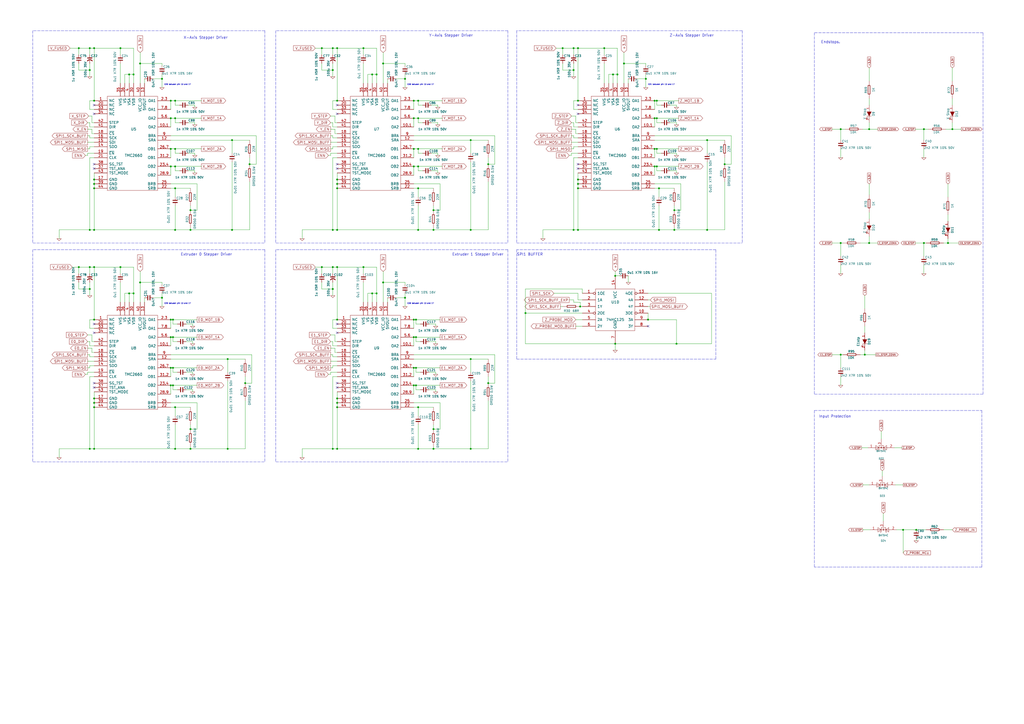
<source format=kicad_sch>
(kicad_sch (version 20211123) (generator eeschema)
  (paper "A2")
  (title_block (title "Duet 2") (date "2023-04-06") (rev "1.06") (company "Duet3D") (comment 1 "https://github.com/T3P3/Duet/blob/master/LICENSE"))
  (junction (at 375.92 185.42))
  (junction (at 54.61 236.22))
  (junction (at 193.04 133.35))
  (junction (at 45.72 27.94))
  (junction (at 240.03 213.36))
  (junction (at 523.875 307.34))
  (junction (at 100.33 195.58))
  (junction (at 54.61 231.14))
  (junction (at 210.82 27.94))
  (junction (at 242.57 86.36))
  (junction (at 215.9 170.18))
  (junction (at 101.6 86.36))
  (junction (at 504.19 74.93))
  (junction (at 54.61 27.94))
  (junction (at 54.61 133.35))
  (junction (at 215.9 43.18))
  (junction (at 193.04 154.94))
  (junction (at 195.58 260.35))
  (junction (at 54.61 106.68))
  (junction (at 283.21 95.25))
  (junction (at 195.58 233.68))
  (junction (at 54.61 233.68))
  (junction (at 101.6 68.58))
  (junction (at 335.28 104.14))
  (junction (at 52.07 133.35))
  (junction (at 195.58 106.68))
  (junction (at 93.98 45.72))
  (junction (at 101.6 58.42))
  (junction (at 110.49 133.35))
  (junction (at 134.62 81.28))
  (junction (at 218.44 43.18))
  (junction (at 487.68 74.93))
  (junction (at 487.68 205.74))
  (junction (at 54.61 154.94))
  (junction (at 241.3 223.52))
  (junction (at 110.49 260.35))
  (junction (at 374.65 45.72))
  (junction (at 335.28 133.35))
  (junction (at 101.6 236.22))
  (junction (at 382.27 133.35))
  (junction (at 504.19 140.97))
  (junction (at 273.05 208.28))
  (junction (at 350.52 27.94))
  (junction (at 241.3 195.58))
  (junction (at 142.24 222.25))
  (junction (at 99.06 96.52))
  (junction (at 379.73 96.52))
  (junction (at 222.25 36.83))
  (junction (at 77.47 170.18))
  (junction (at 195.58 104.14))
  (junction (at 242.57 260.35))
  (junction (at 283.21 222.25))
  (junction (at 99.06 58.42))
  (junction (at 195.58 154.94))
  (junction (at 240.03 96.52))
  (junction (at 273.05 260.35))
  (junction (at 241.3 213.36))
  (junction (at 52.07 260.35))
  (junction (at 358.14 43.18))
  (junction (at 54.61 58.42))
  (junction (at 240.03 223.52))
  (junction (at 242.57 133.35))
  (junction (at 81.28 36.83))
  (junction (at 99.06 185.42))
  (junction (at 326.39 27.94))
  (junction (at 195.58 133.35))
  (junction (at 134.62 133.35))
  (junction (at 381 68.58))
  (junction (at 420.37 95.25))
  (junction (at 241.3 185.42))
  (junction (at 535.94 140.97))
  (junction (at 501.65 205.74))
  (junction (at 100.33 213.36))
  (junction (at 101.6 96.52))
  (junction (at 381 96.52))
  (junction (at 381 86.36))
  (junction (at 54.61 185.42))
  (junction (at 101.6 133.35))
  (junction (at 379.73 58.42))
  (junction (at 242.57 109.22))
  (junction (at 251.46 121.92))
  (junction (at 99.06 195.58))
  (junction (at 335.28 27.94))
  (junction (at 234.95 172.72))
  (junction (at 69.85 27.94))
  (junction (at 332.74 40.64))
  (junction (at 99.06 86.36))
  (junction (at 240.03 68.58))
  (junction (at 69.85 154.94))
  (junction (at 77.47 43.18))
  (junction (at 242.57 96.52))
  (junction (at 304.8 181.61))
  (junction (at 251.46 260.35))
  (junction (at 335.28 109.22))
  (junction (at 52.07 40.64))
  (junction (at 186.69 27.94))
  (junction (at 99.06 223.52))
  (junction (at 99.06 213.36))
  (junction (at 193.04 27.94))
  (junction (at 273.05 133.35))
  (junction (at 195.58 236.22))
  (junction (at 110.49 248.92))
  (junction (at 410.21 81.28))
  (junction (at 379.73 68.58))
  (junction (at 132.08 208.28))
  (junction (at 531.495 307.34))
  (junction (at 487.68 140.97))
  (junction (at 381 58.42))
  (junction (at 335.28 58.42))
  (junction (at 382.27 109.22))
  (junction (at 251.46 133.35))
  (junction (at 52.07 27.94))
  (junction (at 132.08 260.35))
  (junction (at 193.04 260.35))
  (junction (at 218.44 170.18))
  (junction (at 355.6 43.18))
  (junction (at 110.49 121.92))
  (junction (at 52.07 154.94))
  (junction (at 332.74 133.35))
  (junction (at 100.33 223.52))
  (junction (at 391.16 121.92))
  (junction (at 195.58 109.22))
  (junction (at 222.25 163.83))
  (junction (at 45.72 154.94))
  (junction (at 242.57 236.22))
  (junction (at 54.61 260.35))
  (junction (at 549.91 140.97))
  (junction (at 332.74 27.94))
  (junction (at 195.58 231.14))
  (junction (at 251.46 248.92))
  (junction (at 240.03 58.42))
  (junction (at 195.58 185.42))
  (junction (at 52.07 167.64))
  (junction (at 101.6 260.35))
  (junction (at 193.04 167.64))
  (junction (at 391.16 133.35))
  (junction (at 410.21 133.35))
  (junction (at 535.94 74.93))
  (junction (at 356.87 160.02))
  (junction (at 195.58 58.42))
  (junction (at 100.33 185.42))
  (junction (at 242.57 58.42))
  (junction (at 392.43 199.39))
  (junction (at 240.03 185.42))
  (junction (at 74.93 43.18))
  (junction (at 101.6 109.22))
  (junction (at 195.58 27.94))
  (junction (at 273.05 81.28))
  (junction (at 335.28 106.68))
  (junction (at 234.95 45.72))
  (junction (at 81.28 163.83))
  (junction (at 74.93 170.18))
  (junction (at 552.45 74.93))
  (junction (at 356.87 199.39))
  (junction (at 379.73 86.36))
  (junction (at 144.78 95.25))
  (junction (at 240.03 195.58))
  (junction (at 54.61 109.22))
  (junction (at 186.69 154.94))
  (junction (at 99.06 68.58))
  (junction (at 54.61 104.14))
  (junction (at 361.95 36.83))
  (junction (at 93.98 172.72))
  (junction (at 240.03 86.36))
  (junction (at 193.04 40.64))
  (junction (at 336.55 177.8))
  (junction (at 210.82 154.94))
  (junction (at 242.57 68.58))
  (no_connect (at 195.58 66.04))
  (no_connect (at 335.28 97.79))
  (no_connect (at 195.58 97.79))
  (no_connect (at 195.58 224.79))
  (no_connect (at 335.28 95.25))
  (no_connect (at 54.61 95.25))
  (no_connect (at 195.58 95.25))
  (no_connect (at 54.61 222.25))
  (no_connect (at 195.58 222.25))
  (no_connect (at 54.61 193.04))
  (no_connect (at 54.61 97.79))
  (no_connect (at 375.92 189.23))
  (no_connect (at 335.28 66.04))
  (no_connect (at 54.61 66.04))
  (no_connect (at 54.61 187.96))
  (no_connect (at 54.61 60.96))
  (no_connect (at 195.58 60.96))
  (no_connect (at 54.61 224.79))
  (no_connect (at 195.58 187.96))
  (no_connect (at 335.28 60.96))
  (no_connect (at 195.58 193.04))
  (wire (pts (xy 326.39 27.94) (xy 332.74 27.94)))
  (wire (pts (xy 193.04 133.35) (xy 195.58 133.35)))
  (wire (pts (xy 355.6 48.26) (xy 355.6 43.18)))
  (wire (pts (xy 375.92 185.42) (xy 392.43 185.42)))
  (wire (pts (xy 255.27 233.68) (xy 255.27 248.92)))
  (wire (pts (xy 412.75 199.39) (xy 412.75 170.18)))
  (wire (pts (xy 252.73 226.06) (xy 252.73 227.33)))
  (wire (pts (xy 549.91 138.43) (xy 549.91 140.97)))
  (wire (pts (xy 34.29 260.35) (xy 52.07 260.35)))
  (wire (pts (xy 52.07 185.42) (xy 54.61 185.42)))
  (wire (pts (xy 195.58 218.44) (xy 193.04 218.44)))
  (wire (pts (xy 356.87 199.39) (xy 356.87 203.2)))
  (wire (pts (xy 52.07 40.64) (xy 52.07 44.45)))
  (wire (pts (xy 242.57 109.22) (xy 251.46 109.22)))
  (wire (pts (xy 241.3 187.96) (xy 243.84 187.96)))
  (wire (pts (xy 254 99.06) (xy 254 100.33)))
  (wire (pts (xy 334.01 67.31) (xy 334.01 71.12)))
  (wire (pts (xy 191.77 78.74) (xy 193.04 78.74)))
  (wire (pts (xy 193.04 198.12) (xy 193.04 200.66)))
  (wire (pts (xy 241.3 223.52) (xy 255.27 223.52)))
  (wire (pts (xy 240.03 213.36) (xy 240.03 218.44)))
  (wire (pts (xy 54.61 154.94) (xy 69.85 154.94)))
  (wire (pts (xy 392.43 60.96) (xy 392.43 62.23)))
  (wire (pts (xy 99.06 63.5) (xy 99.06 58.42)))
  (wire (pts (xy 379.73 73.66) (xy 379.73 68.58)))
  (wire (pts (xy 101.6 99.06) (xy 101.6 96.52)))
  (wire (pts (xy 99.06 81.28) (xy 134.62 81.28)))
  (wire (pts (xy 250.19 71.12) (xy 254 71.12)))
  (wire (pts (xy 54.61 27.94) (xy 69.85 27.94)))
  (wire (pts (xy 193.04 163.83) (xy 193.04 167.64)))
  (wire (pts (xy 50.8 194.31) (xy 53.34 194.31)))
  (wire (pts (xy 530.86 140.97) (xy 535.94 140.97)))
  (wire (pts (xy 215.9 43.18) (xy 218.44 43.18)))
  (wire (pts (xy 101.6 96.52) (xy 116.84 96.52)))
  (wire (pts (xy 210.82 154.94) (xy 218.44 154.94)))
  (wire (pts (xy 381 71.12) (xy 383.54 71.12)))
  (polyline (pts (xy 160.02 144.78) (xy 160.02 267.97)))
  (wire (pts (xy 45.72 40.64) (xy 45.72 36.83)))
  (wire (pts (xy 50.8 205.74) (xy 52.07 205.74)))
  (wire (pts (xy 535.94 74.93) (xy 538.48 74.93)))
  (wire (pts (xy 191.77 88.9) (xy 195.58 88.9)))
  (wire (pts (xy 193.04 205.74) (xy 193.04 207.01)))
  (wire (pts (xy 191.77 201.93) (xy 194.31 201.93)))
  (wire (pts (xy 194.31 77.47) (xy 195.58 77.47)))
  (wire (pts (xy 273.05 260.35) (xy 283.21 260.35)))
  (wire (pts (xy 335.28 133.35) (xy 382.27 133.35)))
  (wire (pts (xy 111.76 226.06) (xy 111.76 227.33)))
  (wire (pts (xy 530.86 74.93) (xy 535.94 74.93)))
  (wire (pts (xy 410.21 81.28) (xy 420.37 81.28)))
  (wire (pts (xy 144.78 133.35) (xy 144.78 105.41)))
  (wire (pts (xy 213.36 48.26) (xy 213.36 43.18)))
  (wire (pts (xy 54.61 260.35) (xy 101.6 260.35)))
  (wire (pts (xy 242.57 109.22) (xy 242.57 114.3)))
  (wire (pts (xy 77.47 43.18) (xy 77.47 48.26)))
  (polyline (pts (xy 430.53 17.78) (xy 299.72 17.78)))
  (wire (pts (xy 50.8 209.55) (xy 54.61 209.55)))
  (wire (pts (xy 332.74 36.83) (xy 332.74 40.64)))
  (wire (pts (xy 240.03 200.66) (xy 240.03 195.58)))
  (wire (pts (xy 52.07 260.35) (xy 54.61 260.35)))
  (wire (pts (xy 504.19 60.96) (xy 504.19 57.15)))
  (wire (pts (xy 499.11 140.97) (xy 504.19 140.97)))
  (wire (pts (xy 334.01 185.42) (xy 337.82 185.42)))
  (wire (pts (xy 229.87 45.72) (xy 234.95 45.72)))
  (wire (pts (xy 248.92 187.96) (xy 252.73 187.96)))
  (wire (pts (xy 193.04 154.94) (xy 195.58 154.94)))
  (wire (pts (xy 287.02 222.25) (xy 287.02 205.74)))
  (wire (pts (xy 99.06 213.36) (xy 100.33 213.36)))
  (polyline (pts (xy 472.44 328.93) (xy 472.44 238.125)))
  (wire (pts (xy 487.68 205.74) (xy 488.95 205.74)))
  (wire (pts (xy 241.3 198.12) (xy 243.84 198.12)))
  (wire (pts (xy 72.39 48.26) (xy 72.39 43.18)))
  (wire (pts (xy 326.39 40.64) (xy 326.39 36.83)))
  (wire (pts (xy 100.33 198.12) (xy 100.33 195.58)))
  (wire (pts (xy 487.68 74.93) (xy 490.22 74.93)))
  (wire (pts (xy 304.8 181.61) (xy 304.8 199.39)))
  (wire (pts (xy 251.46 260.35) (xy 251.46 259.08)))
  (wire (pts (xy 193.04 167.64) (xy 193.04 171.45)))
  (wire (pts (xy 254 71.12) (xy 254 72.39)))
  (wire (pts (xy 252.73 187.96) (xy 252.73 189.23)))
  (wire (pts (xy 72.39 175.26) (xy 72.39 170.18)))
  (polyline (pts (xy 153.67 144.78) (xy 19.05 144.78)))
  (wire (pts (xy 482.6 205.74) (xy 487.68 205.74)))
  (wire (pts (xy 332.74 27.94) (xy 335.28 27.94)))
  (wire (pts (xy 193.04 212.09) (xy 195.58 212.09)))
  (wire (pts (xy 335.28 58.42) (xy 335.28 27.94)))
  (wire (pts (xy 51.435 67.31) (xy 53.34 67.31)))
  (wire (pts (xy 175.26 260.35) (xy 175.26 265.43)))
  (wire (pts (xy 251.46 133.35) (xy 273.05 133.35)))
  (wire (pts (xy 54.61 63.5) (xy 52.07 63.5)))
  (wire (pts (xy 45.72 31.75) (xy 45.72 27.94)))
  (wire (pts (xy 218.44 43.18) (xy 218.44 48.26)))
  (wire (pts (xy 213.36 175.26) (xy 213.36 170.18)))
  (polyline (pts (xy 472.44 238.125) (xy 569.595 238.125)))
  (wire (pts (xy 332.74 133.35) (xy 335.28 133.35)))
  (wire (pts (xy 195.58 260.35) (xy 195.58 236.22)))
  (wire (pts (xy 52.07 86.36) (xy 52.07 85.09)))
  (wire (pts (xy 34.29 133.35) (xy 52.07 133.35)))
  (wire (pts (xy 52.07 40.64) (xy 45.72 40.64)))
  (wire (pts (xy 99.06 73.66) (xy 99.06 68.58)))
  (wire (pts (xy 240.03 68.58) (xy 242.57 68.58)))
  (wire (pts (xy 193.04 154.94) (xy 193.04 158.75)))
  (wire (pts (xy 194.31 198.12) (xy 195.58 198.12)))
  (wire (pts (xy 53.34 201.93) (xy 53.34 204.47)))
  (wire (pts (xy 101.6 71.12) (xy 104.14 71.12)))
  (wire (pts (xy 273.05 260.35) (xy 273.05 220.98)))
  (wire (pts (xy 194.31 194.31) (xy 194.31 198.12)))
  (wire (pts (xy 113.03 88.9) (xy 113.03 90.17)))
  (wire (pts (xy 34.29 260.35) (xy 34.29 265.43)))
  (wire (pts (xy 234.95 163.83) (xy 222.25 163.83)))
  (wire (pts (xy 142.24 260.35) (xy 142.24 232.41)))
  (wire (pts (xy 144.78 95.25) (xy 148.59 95.25)))
  (wire (pts (xy 110.49 260.35) (xy 110.49 259.08)))
  (wire (pts (xy 191.77 90.17) (xy 191.77 88.9)))
  (wire (pts (xy 210.82 27.94) (xy 210.82 31.75)))
  (polyline (pts (xy 430.53 17.78) (xy 430.53 140.97)))
  (wire (pts (xy 511.175 254.635) (xy 511.175 250.19)))
  (polyline (pts (xy 299.72 144.78) (xy 299.72 208.28)))
  (wire (pts (xy 74.93 170.18) (xy 77.47 170.18)))
  (wire (pts (xy 382.27 109.22) (xy 391.16 109.22)))
  (wire (pts (xy 110.49 260.35) (xy 132.08 260.35)))
  (wire (pts (xy 379.73 58.42) (xy 381 58.42)))
  (wire (pts (xy 336.55 177.8) (xy 336.55 175.26)))
  (wire (pts (xy 519.43 281.305) (xy 523.875 281.305)))
  (wire (pts (xy 287.02 78.74) (xy 240.03 78.74)))
  (wire (pts (xy 234.95 45.72) (xy 234.95 50.8)))
  (wire (pts (xy 100.33 187.96) (xy 102.87 187.96)))
  (wire (pts (xy 175.26 260.35) (xy 193.04 260.35)))
  (wire (pts (xy 50.8 198.12) (xy 52.07 198.12)))
  (wire (pts (xy 194.31 201.93) (xy 194.31 204.47)))
  (wire (pts (xy 334.01 77.47) (xy 335.28 77.47)))
  (wire (pts (xy 358.14 27.94) (xy 358.14 43.18)))
  (wire (pts (xy 195.58 133.35) (xy 195.58 109.22)))
  (wire (pts (xy 210.82 27.94) (xy 218.44 27.94)))
  (wire (pts (xy 388.62 60.96) (xy 392.43 60.96)))
  (wire (pts (xy 50.8 74.93) (xy 53.34 74.93)))
  (wire (pts (xy 350.52 48.26) (xy 350.52 36.83)))
  (wire (pts (xy 552.45 57.15) (xy 552.45 60.96)))
  (wire (pts (xy 255.27 121.92) (xy 251.46 121.92)))
  (wire (pts (xy 54.61 190.5) (xy 52.07 190.5)))
  (wire (pts (xy 392.43 88.9) (xy 392.43 90.17)))
  (wire (pts (xy 255.27 106.68) (xy 255.27 121.92)))
  (wire (pts (xy 54.61 133.35) (xy 101.6 133.35)))
  (wire (pts (xy 535.94 140.97) (xy 537.21 140.97)))
  (wire (pts (xy 283.21 133.35) (xy 283.21 105.41)))
  (wire (pts (xy 248.92 215.9) (xy 252.73 215.9)))
  (wire (pts (xy 331.47 67.31) (xy 334.01 67.31)))
  (wire (pts (xy 335.28 109.22) (xy 335.28 106.68)))
  (wire (pts (xy 195.58 154.94) (xy 210.82 154.94)))
  (polyline (pts (xy 415.29 144.78) (xy 299.72 144.78)))
  (wire (pts (xy 382.27 109.22) (xy 382.27 114.3)))
  (wire (pts (xy 52.07 85.09) (xy 54.61 85.09)))
  (wire (pts (xy 379.73 68.58) (xy 381 68.58)))
  (wire (pts (xy 252.73 215.9) (xy 252.73 217.17)))
  (wire (pts (xy 359.41 160.02) (xy 356.87 160.02)))
  (wire (pts (xy 49.53 217.17) (xy 50.8 217.17)))
  (wire (pts (xy 101.6 71.12) (xy 101.6 68.58)))
  (wire (pts (xy 283.21 95.25) (xy 287.02 95.25)))
  (wire (pts (xy 101.6 109.22) (xy 101.6 114.3)))
  (wire (pts (xy 331.47 86.36) (xy 332.74 86.36)))
  (wire (pts (xy 195.58 106.68) (xy 195.58 104.14)))
  (wire (pts (xy 100.33 226.06) (xy 100.33 223.52)))
  (wire (pts (xy 52.07 80.01) (xy 54.61 80.01)))
  (wire (pts (xy 241.3 213.36) (xy 255.27 213.36)))
  (wire (pts (xy 132.08 208.28) (xy 132.08 215.9)))
  (wire (pts (xy 101.6 133.35) (xy 110.49 133.35)))
  (wire (pts (xy 50.8 217.17) (xy 50.8 215.9)))
  (wire (pts (xy 361.95 36.83) (xy 361.95 48.26)))
  (wire (pts (xy 381 68.58) (xy 393.7 68.58)))
  (wire (pts (xy 381 96.52) (xy 393.7 96.52)))
  (wire (pts (xy 69.85 27.94) (xy 69.85 31.75)))
  (wire (pts (xy 186.69 154.94) (xy 193.04 154.94)))
  (wire (pts (xy 549.91 106.68) (xy 549.91 114.3)))
  (wire (pts (xy 392.43 199.39) (xy 412.75 199.39)))
  (wire (pts (xy 195.58 133.35) (xy 242.57 133.35)))
  (wire (pts (xy 361.95 30.48) (xy 361.95 36.83)))
  (wire (pts (xy 50.8 88.9) (xy 54.61 88.9)))
  (wire (pts (xy 242.57 71.12) (xy 245.11 71.12)))
  (wire (pts (xy 52.07 27.94) (xy 54.61 27.94)))
  (wire (pts (xy 99.06 190.5) (xy 99.06 185.42)))
  (wire (pts (xy 52.07 190.5) (xy 52.07 185.42)))
  (wire (pts (xy 99.06 106.68) (xy 114.3 106.68)))
  (wire (pts (xy 242.57 60.96) (xy 245.11 60.96)))
  (wire (pts (xy 332.74 63.5) (xy 332.74 58.42)))
  (wire (pts (xy 50.8 78.74) (xy 52.07 78.74)))
  (wire (pts (xy 377.19 177.8) (xy 375.92 177.8)))
  (wire (pts (xy 113.03 71.12) (xy 113.03 72.39)))
  (wire (pts (xy 353.06 48.26) (xy 353.06 43.18)))
  (wire (pts (xy 99.06 208.28) (xy 132.08 208.28)))
  (wire (pts (xy 240.03 86.36) (xy 242.57 86.36)))
  (wire (pts (xy 369.57 45.72) (xy 374.65 45.72)))
  (wire (pts (xy 191.77 217.17) (xy 191.77 215.9)))
  (wire (pts (xy 420.37 95.25) (xy 424.18 95.25)))
  (wire (pts (xy 142.24 218.44) (xy 142.24 222.25)))
  (wire (pts (xy 113.03 60.96) (xy 113.03 62.23)))
  (wire (pts (xy 240.03 233.68) (xy 255.27 233.68)))
  (wire (pts (xy 215.9 170.18) (xy 218.44 170.18)))
  (wire (pts (xy 330.2 90.17) (xy 331.47 90.17)))
  (wire (pts (xy 114.3 106.68) (xy 114.3 121.92)))
  (wire (pts (xy 186.69 40.64) (xy 186.69 36.83)))
  (wire (pts (xy 410.21 81.28) (xy 410.21 88.9)))
  (wire (pts (xy 210.82 154.94) (xy 210.82 158.75)))
  (wire (pts (xy 332.74 71.12) (xy 332.74 73.66)))
  (wire (pts (xy 304.8 199.39) (xy 356.87 199.39)))
  (wire (pts (xy 482.6 140.97) (xy 487.68 140.97)))
  (wire (pts (xy 222.25 36.83) (xy 222.25 48.26)))
  (wire (pts (xy 242.57 133.35) (xy 251.46 133.35)))
  (wire (pts (xy 552.45 71.12) (xy 552.45 74.93)))
  (polyline (pts (xy 19.05 144.78) (xy 19.05 267.97)))
  (wire (pts (xy 242.57 58.42) (xy 256.54 58.42)))
  (polyline (pts (xy 570.23 228.6) (xy 472.44 228.6)))
  (polyline (pts (xy 294.64 144.78) (xy 160.02 144.78)))
  (wire (pts (xy 392.43 199.39) (xy 356.87 199.39)))
  (polyline (pts (xy 160.02 140.97) (xy 294.64 140.97)))
  (wire (pts (xy 111.76 198.12) (xy 111.76 199.39)))
  (wire (pts (xy 53.34 204.47) (xy 54.61 204.47)))
  (wire (pts (xy 213.36 43.18) (xy 215.9 43.18)))
  (wire (pts (xy 50.8 90.17) (xy 50.8 88.9)))
  (wire (pts (xy 107.95 215.9) (xy 111.76 215.9)))
  (wire (pts (xy 224.79 175.26) (xy 224.79 172.72)))
  (wire (pts (xy 350.52 27.94) (xy 358.14 27.94)))
  (polyline (pts (xy 299.72 140.97) (xy 430.53 140.97)))
  (wire (pts (xy 240.03 228.6) (xy 240.03 223.52)))
  (wire (pts (xy 50.8 215.9) (xy 54.61 215.9)))
  (wire (pts (xy 186.69 158.75) (xy 186.69 154.94)))
  (wire (pts (xy 213.36 170.18) (xy 215.9 170.18)))
  (wire (pts (xy 379.73 63.5) (xy 379.73 58.42)))
  (wire (pts (xy 99.06 185.42) (xy 100.33 185.42)))
  (wire (pts (xy 531.495 307.34) (xy 537.21 307.34)))
  (wire (pts (xy 195.58 236.22) (xy 195.58 233.68)))
  (wire (pts (xy 101.6 60.96) (xy 101.6 58.42)))
  (wire (pts (xy 273.05 208.28) (xy 273.05 215.9)))
  (wire (pts (xy 240.03 101.6) (xy 240.03 96.52)))
  (wire (pts (xy 504.19 74.93) (xy 509.27 74.93)))
  (wire (pts (xy 114.3 248.92) (xy 110.49 248.92)))
  (wire (pts (xy 381 71.12) (xy 381 68.58)))
  (wire (pts (xy 379.73 86.36) (xy 381 86.36)))
  (wire (pts (xy 335.28 27.94) (xy 350.52 27.94)))
  (wire (pts (xy 113.03 99.06) (xy 113.03 100.33)))
  (wire (pts (xy 392.43 99.06) (xy 392.43 100.33)))
  (wire (pts (xy 332.74 173.99) (xy 330.2 173.99)))
  (wire (pts (xy 100.33 226.06) (xy 102.87 226.06)))
  (wire (pts (xy 88.9 172.72) (xy 93.98 172.72)))
  (wire (pts (xy 500.38 74.93) (xy 504.19 74.93)))
  (polyline (pts (xy 19.05 140.97) (xy 153.67 140.97)))
  (wire (pts (xy 52.07 58.42) (xy 54.61 58.42)))
  (wire (pts (xy 487.68 148.59) (xy 487.68 140.97)))
  (wire (pts (xy 54.61 104.14) (xy 54.61 100.33)))
  (wire (pts (xy 99.06 58.42) (xy 101.6 58.42)))
  (wire (pts (xy 69.85 175.26) (xy 69.85 163.83)))
  (wire (pts (xy 193.04 91.44) (xy 193.04 133.35)))
  (wire (pts (xy 52.07 167.64) (xy 52.07 171.45)))
  (wire (pts (xy 242.57 60.96) (xy 242.57 58.42)))
  (wire (pts (xy 191.77 86.36) (xy 193.04 86.36)))
  (wire (pts (xy 240.03 73.66) (xy 240.03 68.58)))
  (wire (pts (xy 504.19 137.16) (xy 504.19 140.97)))
  (wire (pts (xy 500.38 281.305) (xy 504.19 281.305)))
  (wire (pts (xy 520.065 307.34) (xy 523.875 307.34)))
  (wire (pts (xy 504.19 106.68) (xy 504.19 113.03)))
  (wire (pts (xy 195.58 231.14) (xy 195.58 227.33)))
  (wire (pts (xy 242.57 88.9) (xy 242.57 86.36)))
  (wire (pts (xy 74.93 175.26) (xy 74.93 170.18)))
  (wire (pts (xy 45.72 158.75) (xy 45.72 154.94)))
  (wire (pts (xy 52.07 200.66) (xy 54.61 200.66)))
  (wire (pts (xy 93.98 38.1) (xy 93.98 36.83)))
  (wire (pts (xy 332.74 85.09) (xy 335.28 85.09)))
  (wire (pts (xy 101.6 133.35) (xy 101.6 119.38)))
  (wire (pts (xy 240.03 208.28) (xy 273.05 208.28)))
  (wire (pts (xy 240.03 185.42) (xy 241.3 185.42)))
  (wire (pts (xy 77.47 154.94) (xy 77.47 170.18)))
  (wire (pts (xy 240.03 81.28) (xy 273.05 81.28)))
  (wire (pts (xy 132.08 260.35) (xy 142.24 260.35)))
  (wire (pts (xy 410.21 133.35) (xy 410.21 93.98)))
  (wire (pts (xy 251.46 260.35) (xy 273.05 260.35)))
  (wire (pts (xy 52.07 63.5) (xy 52.07 58.42)))
  (wire (pts (xy 146.05 222.25) (xy 146.05 205.74)))
  (wire (pts (xy 314.96 133.35) (xy 332.74 133.35)))
  (wire (pts (xy 332.74 40.64) (xy 326.39 40.64)))
  (wire (pts (xy 332.74 78.74) (xy 332.74 80.01)))
  (wire (pts (xy 222.25 157.48) (xy 222.25 163.83)))
  (wire (pts (xy 381 60.96) (xy 383.54 60.96)))
  (wire (pts (xy 224.79 48.26) (xy 224.79 45.72)))
  (wire (pts (xy 194.31 204.47) (xy 195.58 204.47)))
  (wire (pts (xy 93.98 165.1) (xy 93.98 163.83)))
  (wire (pts (xy 240.03 63.5) (xy 240.03 58.42)))
  (wire (pts (xy 182.88 154.94) (xy 186.69 154.94)))
  (wire (pts (xy 304.8 181.61) (xy 337.82 181.61)))
  (wire (pts (xy 193.04 63.5) (xy 193.04 58.42)))
  (wire (pts (xy 394.97 121.92) (xy 391.16 121.92)))
  (wire (pts (xy 549.91 140.97) (xy 556.26 140.97)))
  (wire (pts (xy 193.04 58.42) (xy 195.58 58.42)))
  (wire (pts (xy 83.82 175.26) (xy 83.82 172.72)))
  (wire (pts (xy 335.28 170.18) (xy 335.28 173.99)))
  (wire (pts (xy 242.57 68.58) (xy 256.54 68.58)))
  (wire (pts (xy 240.03 58.42) (xy 242.57 58.42)))
  (wire (pts (xy 335.28 106.68) (xy 335.28 104.14)))
  (wire (pts (xy 410.21 133.35) (xy 420.37 133.35)))
  (polyline (pts (xy 160.02 17.78) (xy 160.02 140.97)))
  (wire (pts (xy 193.04 40.64) (xy 186.69 40.64)))
  (wire (pts (xy 501.65 189.23) (xy 501.65 193.04)))
  (wire (pts (xy 101.6 68.58) (xy 116.84 68.58)))
  (wire (pts (xy 240.03 190.5) (xy 240.03 185.42)))
  (wire (pts (xy 134.62 81.28) (xy 134.62 88.9)))
  (wire (pts (xy 240.03 106.68) (xy 255.27 106.68)))
  (wire (pts (xy 382.27 133.35) (xy 391.16 133.35)))
  (wire (pts (xy 252.73 198.12) (xy 252.73 199.39)))
  (wire (pts (xy 50.8 90.17) (xy 49.53 90.17)))
  (wire (pts (xy 195.58 185.42) (xy 195.58 154.94)))
  (wire (pts (xy 101.6 260.35) (xy 110.49 260.35)))
  (wire (pts (xy 193.04 213.36) (xy 193.04 212.09)))
  (wire (pts (xy 392.43 185.42) (xy 392.43 199.39)))
  (wire (pts (xy 304.8 167.64) (xy 304.8 181.61)))
  (wire (pts (xy 535.94 158.75) (xy 535.94 153.67)))
  (wire (pts (xy 273.05 133.35) (xy 283.21 133.35)))
  (wire (pts (xy 110.49 246.38) (xy 110.49 248.92)))
  (wire (pts (xy 54.61 109.22) (xy 54.61 106.68)))
  (wire (pts (xy 101.6 58.42) (xy 116.84 58.42)))
  (wire (pts (xy 503.555 259.715) (xy 499.745 259.715)))
  (wire (pts (xy 100.33 198.12) (xy 102.87 198.12)))
  (wire (pts (xy 54.61 236.22) (xy 54.61 233.68)))
  (wire (pts (xy 93.98 172.72) (xy 93.98 177.8)))
  (wire (pts (xy 234.95 172.72) (xy 234.95 177.8)))
  (wire (pts (xy 218.44 154.94) (xy 218.44 170.18)))
  (wire (pts (xy 93.98 36.83) (xy 81.28 36.83)))
  (wire (pts (xy 548.64 74.93) (xy 552.45 74.93)))
  (wire (pts (xy 287.02 205.74) (xy 240.03 205.74)))
  (wire (pts (xy 331.47 78.74) (xy 332.74 78.74)))
  (wire (pts (xy 93.98 163.83) (xy 81.28 163.83)))
  (wire (pts (xy 379.73 109.22) (xy 382.27 109.22)))
  (wire (pts (xy 283.21 91.44) (xy 283.21 95.25)))
  (wire (pts (xy 501.65 203.2) (xy 501.65 205.74)))
  (wire (pts (xy 45.72 27.94) (xy 52.07 27.94)))
  (wire (pts (xy 273.05 81.28) (xy 283.21 81.28)))
  (wire (pts (xy 283.21 218.44) (xy 283.21 222.25)))
  (wire (pts (xy 379.73 106.68) (xy 394.97 106.68)))
  (wire (pts (xy 381 99.06) (xy 383.54 99.06)))
  (wire (pts (xy 337.82 170.18) (xy 337.82 167.64)))
  (wire (pts (xy 191.77 67.31) (xy 194.31 67.31)))
  (wire (pts (xy 41.91 154.94) (xy 45.72 154.94)))
  (wire (pts (xy 52.07 218.44) (xy 52.07 260.35)))
  (wire (pts (xy 535.94 148.59) (xy 535.94 140.97)))
  (wire (pts (xy 499.11 205.74) (xy 501.65 205.74)))
  (wire (pts (xy 99.06 223.52) (xy 100.33 223.52)))
  (wire (pts (xy 241.3 215.9) (xy 243.84 215.9)))
  (wire (pts (xy 52.07 154.94) (xy 52.07 158.75)))
  (wire (pts (xy 364.49 160.02) (xy 364.49 163.83)))
  (wire (pts (xy 240.03 96.52) (xy 242.57 96.52)))
  (polyline (pts (xy 570.23 19.05) (xy 472.44 19.05)))
  (wire (pts (xy 424.18 95.25) (xy 424.18 78.74)))
  (wire (pts (xy 53.34 71.12) (xy 54.61 71.12)))
  (wire (pts (xy 322.58 27.94) (xy 326.39 27.94)))
  (wire (pts (xy 88.9 45.72) (xy 93.98 45.72)))
  (wire (pts (xy 186.69 167.64) (xy 186.69 163.83)))
  (wire (pts (xy 210.82 175.26) (xy 210.82 163.83)))
  (wire (pts (xy 218.44 27.94) (xy 218.44 43.18)))
  (polyline (pts (xy 294.64 17.78) (xy 160.02 17.78)))
  (wire (pts (xy 109.22 71.12) (xy 113.03 71.12)))
  (wire (pts (xy 50.8 213.36) (xy 52.07 213.36)))
  (wire (pts (xy 326.39 177.8) (xy 325.12 177.8)))
  (wire (pts (xy 193.04 167.64) (xy 186.69 167.64)))
  (wire (pts (xy 191.77 71.12) (xy 193.04 71.12)))
  (wire (pts (xy 335.28 104.14) (xy 335.28 100.33)))
  (polyline (pts (xy 570.23 19.05) (xy 570.23 228.6)))
  (wire (pts (xy 110.49 119.38) (xy 110.49 121.92)))
  (wire (pts (xy 100.33 215.9) (xy 100.33 213.36)))
  (wire (pts (xy 195.58 260.35) (xy 242.57 260.35)))
  (wire (pts (xy 242.57 133.35) (xy 242.57 119.38)))
  (wire (pts (xy 52.07 73.66) (xy 54.61 73.66)))
  (wire (pts (xy 512.445 302.26) (xy 512.445 297.815)))
  (wire (pts (xy 240.03 236.22) (xy 242.57 236.22)))
  (wire (pts (xy 242.57 99.06) (xy 242.57 96.52)))
  (wire (pts (xy 193.04 185.42) (xy 195.58 185.42)))
  (wire (pts (xy 331.47 90.17) (xy 331.47 88.9)))
  (wire (pts (xy 552.45 39.37) (xy 552.45 46.99)))
  (wire (pts (xy 191.77 215.9) (xy 195.58 215.9)))
  (wire (pts (xy 379.73 81.28) (xy 410.21 81.28)))
  (wire (pts (xy 504.825 307.34) (xy 500.38 307.34)))
  (wire (pts (xy 242.57 86.36) (xy 256.54 86.36)))
  (wire (pts (xy 45.72 167.64) (xy 45.72 163.83)))
  (wire (pts (xy 50.8 86.36) (xy 52.07 86.36)))
  (wire (pts (xy 482.6 74.93) (xy 487.68 74.93)))
  (wire (pts (xy 391.16 133.35) (xy 410.21 133.35)))
  (wire (pts (xy 242.57 260.35) (xy 242.57 246.38)))
  (polyline (pts (xy 294.64 17.78) (xy 294.64 140.97)))
  (wire (pts (xy 54.61 58.42) (xy 54.61 27.94)))
  (polyline (pts (xy 294.64 144.78) (xy 294.64 267.97)))
  (wire (pts (xy 99.06 218.44) (xy 99.06 213.36)))
  (wire (pts (xy 195.58 190.5) (xy 193.04 190.5)))
  (polyline (pts (xy 472.44 228.6) (xy 472.44 19.05)))
  (wire (pts (xy 52.07 133.35) (xy 54.61 133.35)))
  (wire (pts (xy 99.06 86.36) (xy 101.6 86.36)))
  (wire (pts (xy 364.49 48.26) (xy 364.49 45.72)))
  (polyline (pts (xy 569.595 238.125) (xy 569.595 328.93)))
  (wire (pts (xy 215.9 175.26) (xy 215.9 170.18)))
  (wire (pts (xy 374.65 43.18) (xy 374.65 45.72)))
  (wire (pts (xy 375.92 173.99) (xy 377.19 173.99)))
  (wire (pts (xy 146.05 205.74) (xy 99.06 205.74)))
  (wire (pts (xy 54.61 233.68) (xy 54.61 231.14)))
  (wire (pts (xy 195.58 104.14) (xy 195.58 100.33)))
  (wire (pts (xy 336.55 175.26) (xy 332.74 175.26)))
  (wire (pts (xy 511.81 276.225) (xy 511.81 273.05)))
  (wire (pts (xy 52.07 167.64) (xy 45.72 167.64)))
  (wire (pts (xy 132.08 208.28) (xy 142.24 208.28)))
  (wire (pts (xy 114.3 121.92) (xy 110.49 121.92)))
  (wire (pts (xy 195.58 27.94) (xy 210.82 27.94)))
  (wire (pts (xy 242.57 88.9) (xy 245.11 88.9)))
  (wire (pts (xy 72.39 43.18) (xy 74.93 43.18)))
  (wire (pts (xy 382.27 133.35) (xy 382.27 119.38)))
  (wire (pts (xy 381 58.42) (xy 393.7 58.42)))
  (wire (pts (xy 53.34 198.12) (xy 54.61 198.12)))
  (wire (pts (xy 144.78 91.44) (xy 144.78 95.25)))
  (wire (pts (xy 273.05 133.35) (xy 273.05 93.98)))
  (polyline (pts (xy 299.72 17.78) (xy 299.72 140.97)))
  (wire (pts (xy 100.33 213.36) (xy 114.3 213.36)))
  (wire (pts (xy 193.04 218.44) (xy 193.04 260.35)))
  (polyline (pts (xy 153.67 17.78) (xy 19.05 17.78)))
  (wire (pts (xy 191.77 213.36) (xy 193.04 213.36)))
  (wire (pts (xy 101.6 86.36) (xy 116.84 86.36)))
  (wire (pts (xy 240.03 223.52) (xy 241.3 223.52)))
  (wire (pts (xy 193.04 207.01) (xy 195.58 207.01)))
  (wire (pts (xy 254 88.9) (xy 254 90.17)))
  (wire (pts (xy 182.88 27.94) (xy 186.69 27.94)))
  (wire (pts (xy 99.06 101.6) (xy 99.06 96.52)))
  (wire (pts (xy 358.14 43.18) (xy 358.14 48.26)))
  (wire (pts (xy 99.06 236.22) (xy 101.6 236.22)))
  (wire (pts (xy 195.58 91.44) (xy 193.04 91.44)))
  (wire (pts (xy 54.61 185.42) (xy 54.61 154.94)))
  (wire (pts (xy 331.47 88.9) (xy 335.28 88.9)))
  (wire (pts (xy 504.19 140.97) (xy 509.27 140.97)))
  (wire (pts (xy 99.06 91.44) (xy 99.06 86.36)))
  (wire (pts (xy 250.19 88.9) (xy 254 88.9)))
  (wire (pts (xy 77.47 27.94) (xy 77.47 43.18)))
  (wire (pts (xy 195.58 233.68) (xy 195.58 231.14)))
  (wire (pts (xy 331.47 71.12) (xy 332.74 71.12)))
  (wire (pts (xy 215.9 48.26) (xy 215.9 43.18)))
  (wire (pts (xy 72.39 170.18) (xy 74.93 170.18)))
  (wire (pts (xy 332.74 175.26) (xy 332.74 173.99)))
  (wire (pts (xy 54.61 231.14) (xy 54.61 227.33)))
  (wire (pts (xy 193.04 200.66) (xy 195.58 200.66)))
  (wire (pts (xy 535.94 91.44) (xy 535.94 86.36)))
  (wire (pts (xy 487.68 223.52) (xy 487.68 218.44)))
  (wire (pts (xy 99.06 68.58) (xy 101.6 68.58)))
  (wire (pts (xy 229.87 172.72) (xy 234.95 172.72)))
  (wire (pts (xy 193.04 40.64) (xy 193.04 44.45)))
  (wire (pts (xy 547.37 140.97) (xy 549.91 140.97)))
  (wire (pts (xy 83.82 48.26) (xy 83.82 45.72)))
  (wire (pts (xy 332.74 86.36) (xy 332.74 85.09)))
  (wire (pts (xy 193.04 27.94) (xy 193.04 31.75)))
  (wire (pts (xy 356.87 160.02) (xy 356.87 157.48)))
  (wire (pts (xy 109.22 88.9) (xy 113.03 88.9)))
  (wire (pts (xy 420.37 133.35) (xy 420.37 105.41)))
  (wire (pts (xy 77.47 170.18) (xy 77.47 175.26)))
  (wire (pts (xy 420.37 91.44) (xy 420.37 95.25)))
  (wire (pts (xy 194.31 71.12) (xy 195.58 71.12)))
  (wire (pts (xy 523.875 320.675) (xy 523.875 307.34)))
  (wire (pts (xy 110.49 133.35) (xy 110.49 132.08)))
  (wire (pts (xy 175.26 133.35) (xy 175.26 138.43)))
  (wire (pts (xy 107.95 198.12) (xy 111.76 198.12)))
  (wire (pts (xy 191.77 198.12) (xy 193.04 198.12)))
  (wire (pts (xy 193.04 86.36) (xy 193.04 85.09)))
  (wire (pts (xy 93.98 170.18) (xy 93.98 172.72)))
  (wire (pts (xy 381 99.06) (xy 381 96.52)))
  (wire (pts (xy 250.19 60.96) (xy 254 60.96)))
  (wire (pts (xy 101.6 109.22) (xy 110.49 109.22)))
  (wire (pts (xy 241.3 226.06) (xy 243.84 226.06)))
  (wire (pts (xy 375.92 181.61) (xy 375.92 185.42)))
  (polyline (pts (xy 153.67 144.78) (xy 153.67 267.97)))
  (wire (pts (xy 93.98 43.18) (xy 93.98 45.72)))
  (wire (pts (xy 34.29 133.35) (xy 34.29 138.43)))
  (wire (pts (xy 332.74 91.44) (xy 332.74 133.35)))
  (wire (pts (xy 195.58 58.42) (xy 195.58 27.94)))
  (wire (pts (xy 100.33 195.58) (xy 114.3 195.58)))
  (polyline (pts (xy 415.29 208.28) (xy 415.29 144.78)))
  (wire (pts (xy 81.28 30.48) (xy 81.28 36.83)))
  (wire (pts (xy 251.46 133.35) (xy 251.46 132.08)))
  (wire (pts (xy 321.31 170.18) (xy 335.28 170.18)))
  (wire (pts (xy 254 60.96) (xy 254 62.23)))
  (wire (pts (xy 114.3 233.68) (xy 114.3 248.92)))
  (wire (pts (xy 487.68 158.75) (xy 487.68 153.67)))
  (wire (pts (xy 193.04 73.66) (xy 195.58 73.66)))
  (wire (pts (xy 334.01 71.12) (xy 335.28 71.12)))
  (wire (pts (xy 287.02 95.25) (xy 287.02 78.74)))
  (wire (pts (xy 381 88.9) (xy 383.54 88.9)))
  (wire (pts (xy 50.8 82.55) (xy 54.61 82.55)))
  (wire (pts (xy 132.08 260.35) (xy 132.08 220.98)))
  (wire (pts (xy 255.27 248.92) (xy 251.46 248.92)))
  (wire (pts (xy 186.69 27.94) (xy 193.04 27.94)))
  (wire (pts (xy 54.61 91.44) (xy 52.07 91.44)))
  (wire (pts (xy 50.8 71.12) (xy 52.07 71.12)))
  (wire (pts (xy 332.74 80.01) (xy 335.28 80.01)))
  (wire (pts (xy 53.34 194.31) (xy 53.34 198.12)))
  (wire (pts (xy 394.97 106.68) (xy 394.97 121.92)))
  (polyline (pts (xy 299.72 208.28) (xy 415.29 208.28)))
  (wire (pts (xy 240.03 86.36) (xy 240.03 91.44)))
  (wire (pts (xy 193.04 85.09) (xy 195.58 85.09)))
  (wire (pts (xy 69.85 27.94) (xy 77.47 27.94)))
  (wire (pts (xy 190.5 217.17) (xy 191.77 217.17)))
  (wire (pts (xy 99.06 233.68) (xy 114.3 233.68)))
  (wire (pts (xy 54.61 218.44) (xy 52.07 218.44)))
  (wire (pts (xy 241.3 226.06) (xy 241.3 223.52)))
  (wire (pts (xy 53.34 74.93) (xy 53.34 77.47)))
  (wire (pts (xy 241.3 195.58) (xy 255.27 195.58)))
  (wire (pts (xy 326.39 31.75) (xy 326.39 27.94)))
  (wire (pts (xy 186.69 31.75) (xy 186.69 27.94)))
  (wire (pts (xy 487.68 91.44) (xy 487.68 86.36)))
  (polyline (pts (xy 19.05 267.97) (xy 153.67 267.97)))
  (wire (pts (xy 74.93 43.18) (xy 77.47 43.18)))
  (wire (pts (xy 242.57 236.22) (xy 251.46 236.22)))
  (wire (pts (xy 52.07 71.12) (xy 52.07 73.66)))
  (wire (pts (xy 52.07 154.94) (xy 54.61 154.94)))
  (wire (pts (xy 191.77 194.31) (xy 194.31 194.31)))
  (wire (pts (xy 52.07 27.94) (xy 52.07 31.75)))
  (wire (pts (xy 531.495 312.42) (xy 531.495 313.69)))
  (wire (pts (xy 379.73 101.6) (xy 379.73 96.52)))
  (wire (pts (xy 74.93 48.26) (xy 74.93 43.18)))
  (wire (pts (xy 273.05 208.28) (xy 283.21 208.28)))
  (polyline (pts (xy 19.05 17.78) (xy 19.05 140.97)))
  (wire (pts (xy 45.72 154.94) (xy 52.07 154.94)))
  (wire (pts (xy 53.34 67.31) (xy 53.34 71.12)))
  (wire (pts (xy 335.28 63.5) (xy 332.74 63.5)))
  (wire (pts (xy 335.28 173.99) (xy 337.82 173.99)))
  (wire (pts (xy 381 60.96) (xy 381 58.42)))
  (wire (pts (xy 549.91 124.46) (xy 549.91 128.27)))
  (wire (pts (xy 535.94 81.28) (xy 535.94 74.93)))
  (wire (pts (xy 283.21 260.35) (xy 283.21 232.41)))
  (wire (pts (xy 52.07 78.74) (xy 52.07 80.01)))
  (wire (pts (xy 241.3 198.12) (xy 241.3 195.58)))
  (wire (pts (xy 190.5 90.17) (xy 191.77 90.17)))
  (wire (pts (xy 331.47 82.55) (xy 335.28 82.55)))
  (polyline (pts (xy 569.595 328.93) (xy 472.44 328.93)))
  (wire (pts (xy 218.44 170.18) (xy 218.44 175.26)))
  (wire (pts (xy 54.61 106.68) (xy 54.61 104.14)))
  (wire (pts (xy 52.07 213.36) (xy 52.07 212.09)))
  (wire (pts (xy 250.19 99.06) (xy 254 99.06)))
  (wire (pts (xy 193.04 36.83) (xy 193.04 40.64)))
  (wire (pts (xy 273.05 81.28) (xy 273.05 88.9)))
  (wire (pts (xy 388.62 99.06) (xy 392.43 99.06)))
  (wire (pts (xy 81.28 163.83) (xy 81.28 175.26)))
  (wire (pts (xy 234.95 165.1) (xy 234.95 163.83)))
  (wire (pts (xy 104.14 88.9) (xy 101.6 88.9)))
  (wire (pts (xy 334.01 74.93) (xy 334.01 77.47)))
  (wire (pts (xy 518.795 259.715) (xy 523.24 259.715)))
  (wire (pts (xy 222.25 163.83) (xy 222.25 175.26)))
  (wire (pts (xy 93.98 45.72) (xy 93.98 50.8)))
  (wire (pts (xy 53.34 77.47) (xy 54.61 77.47)))
  (wire (pts (xy 101.6 260.35) (xy 101.6 246.38)))
  (wire (pts (xy 240.03 195.58) (xy 241.3 195.58)))
  (wire (pts (xy 388.62 71.12) (xy 392.43 71.12)))
  (wire (pts (xy 40.64 27.94) (xy 45.72 27.94)))
  (wire (pts (xy 332.74 40.64) (xy 332.74 44.45)))
  (wire (pts (xy 148.59 78.74) (xy 99.06 78.74)))
  (polyline (pts (xy 153.67 17.78) (xy 153.67 140.97)))
  (wire (pts (xy 193.04 71.12) (xy 193.04 73.66)))
  (wire (pts (xy 334.01 189.23) (xy 337.82 189.23)))
  (wire (pts (xy 337.82 167.64) (xy 304.8 167.64)))
  (wire (pts (xy 504.19 39.37) (xy 504.19 46.99)))
  (wire (pts (xy 501.65 205.74) (xy 508 205.74)))
  (wire (pts (xy 69.85 48.26) (xy 69.85 36.83)))
  (wire (pts (xy 332.74 73.66) (xy 335.28 73.66)))
  (wire (pts (xy 191.77 205.74) (xy 193.04 205.74)))
  (wire (pts (xy 195.58 63.5) (xy 193.04 63.5)))
  (wire (pts (xy 101.6 60.96) (xy 104.14 60.96)))
  (wire (pts (xy 101.6 236.22) (xy 110.49 236.22)))
  (wire (pts (xy 194.31 67.31) (xy 194.31 71.12)))
  (wire (pts (xy 241.3 215.9) (xy 241.3 213.36)))
  (wire (pts (xy 134.62 133.35) (xy 134.62 93.98)))
  (wire (pts (xy 69.85 154.94) (xy 69.85 158.75)))
  (wire (pts (xy 100.33 185.42) (xy 114.3 185.42)))
  (wire (pts (xy 52.07 198.12) (xy 52.07 200.66)))
  (wire (pts (xy 501.65 171.45) (xy 501.65 179.07)))
  (wire (pts (xy 52.07 205.74) (xy 52.07 207.01)))
  (wire (pts (xy 234.95 38.1) (xy 234.95 36.83)))
  (wire (pts (xy 101.6 99.06) (xy 104.14 99.06)))
  (wire (pts (xy 234.95 170.18) (xy 234.95 172.72)))
  (wire (pts (xy 148.59 95.25) (xy 148.59 78.74)))
  (wire (pts (xy 241.3 187.96) (xy 241.3 185.42)))
  (wire (pts (xy 391.16 119.38) (xy 391.16 121.92)))
  (wire (pts (xy 242.57 99.06) (xy 245.11 99.06)))
  (wire (pts (xy 142.24 222.25) (xy 146.05 222.25)))
  (wire (pts (xy 99.06 109.22) (xy 101.6 109.22)))
  (wire (pts (xy 134.62 81.28) (xy 144.78 81.28)))
  (wire (pts (xy 81.28 36.83) (xy 81.28 48.26)))
  (wire (pts (xy 337.82 177.8) (xy 336.55 177.8)))
  (wire (pts (xy 251.46 246.38) (xy 251.46 248.92)))
  (wire (pts (xy 392.43 71.12) (xy 392.43 72.39)))
  (wire (pts (xy 412.75 170.18) (xy 375.92 170.18)))
  (wire (pts (xy 487.68 140.97) (xy 488.95 140.97)))
  (wire (pts (xy 107.95 226.06) (xy 111.76 226.06)))
  (wire (pts (xy 52.07 212.09) (xy 54.61 212.09)))
  (wire (pts (xy 332.74 58.42) (xy 335.28 58.42)))
  (wire (pts (xy 314.96 133.35) (xy 314.96 138.43)))
  (wire (pts (xy 487.68 213.36) (xy 487.68 205.74)))
  (wire (pts (xy 100.33 223.52) (xy 114.3 223.52)))
  (wire (pts (xy 331.47 74.93) (xy 334.01 74.93)))
  (wire (pts (xy 391.16 133.35) (xy 391.16 132.08)))
  (wire (pts (xy 100.33 215.9) (xy 102.87 215.9)))
  (wire (pts (xy 381 88.9) (xy 381 86.36)))
  (wire (pts (xy 101.6 236.22) (xy 101.6 241.3)))
  (wire (pts (xy 335.28 133.35) (xy 335.28 109.22)))
  (wire (pts (xy 99.06 195.58) (xy 100.33 195.58)))
  (wire (pts (xy 110.49 133.35) (xy 134.62 133.35)))
  (wire (pts (xy 283.21 222.25) (xy 287.02 222.25)))
  (wire (pts (xy 195.58 109.22) (xy 195.58 106.68)))
  (wire (pts (xy 99.06 200.66) (xy 99.06 195.58)))
  (wire (pts (xy 350.52 27.94) (xy 350.52 31.75)))
  (wire (pts (xy 194.31 74.93) (xy 194.31 77.47)))
  (wire (pts (xy 374.65 38.1) (xy 374.65 36.83)))
  (polyline (pts (xy 160.02 267.97) (xy 294.64 267.97)))
  (wire (pts (xy 487.68 81.28) (xy 487.68 74.93)))
  (wire (pts (xy 240.03 109.22) (xy 242.57 109.22)))
  (wire (pts (xy 111.76 187.96) (xy 111.76 189.23)))
  (wire (pts (xy 50.8 201.93) (xy 53.34 201.93)))
  (wire (pts (xy 234.95 36.83) (xy 222.25 36.83)))
  (wire (pts (xy 99.06 96.52) (xy 101.6 96.52)))
  (wire (pts (xy 504.19 71.12) (xy 504.19 74.93)))
  (wire (pts (xy 332.74 27.94) (xy 332.74 31.75)))
  (wire (pts (xy 111.76 215.9) (xy 111.76 217.17)))
  (wire (pts (xy 248.92 226.06) (xy 252.73 226.06)))
  (wire (pts (xy 52.07 207.01) (xy 54.61 207.01)))
  (wire (pts (xy 191.77 82.55) (xy 195.58 82.55)))
  (wire (pts (xy 242.57 96.52) (xy 256.54 96.52)))
  (wire (pts (xy 388.62 88.9) (xy 392.43 88.9)))
  (wire (pts (xy 107.95 187.96) (xy 111.76 187.96)))
  (wire (pts (xy 241.3 185.42) (xy 255.27 185.42)))
  (wire (pts (xy 234.95 43.18) (xy 234.95 45.72)))
  (wire (pts (xy 193.04 80.01) (xy 195.58 80.01)))
  (wire (pts (xy 191.77 74.93) (xy 194.31 74.93)))
  (wire (pts (xy 52.07 163.83) (xy 52.07 167.64)))
  (wire (pts (xy 374.65 36.83) (xy 361.95 36.83)))
  (wire (pts (xy 242.57 71.12) (xy 242.57 68.58)))
  (wire (pts (xy 424.18 78.74) (xy 379.73 78.74)))
  (wire (pts (xy 134.62 133.35) (xy 144.78 133.35)))
  (wire (pts (xy 191.77 209.55) (xy 195.58 209.55)))
  (wire (pts (xy 355.6 43.18) (xy 358.14 43.18)))
  (wire (pts (xy 109.22 60.96) (xy 113.03 60.96)))
  (wire (pts (xy 552.45 74.93) (xy 557.53 74.93)))
  (wire (pts (xy 248.92 198.12) (xy 252.73 198.12)))
  (wire (pts (xy 52.07 91.44) (xy 52.07 133.35)))
  (wire (pts (xy 175.26 133.35) (xy 193.04 133.35)))
  (wire (pts (xy 193.04 27.94) (xy 195.58 27.94)))
  (wire (pts (xy 504.19 127) (xy 504.19 123.19)))
  (wire (pts (xy 381 86.36) (xy 393.7 86.36)))
  (wire (pts (xy 193.04 260.35) (xy 195.58 260.35)))
  (wire (pts (xy 100.33 187.96) (xy 100.33 185.42)))
  (wire (pts (xy 109.22 99.06) (xy 113.03 99.06)))
  (wire (pts (xy 54.61 260.35) (xy 54.61 236.22)))
  (wire (pts (xy 193.04 190.5) (xy 193.04 185.42)))
  (wire (pts (xy 251.46 119.38) (xy 251.46 121.92)))
  (wire (pts (xy 210.82 48.26) (xy 210.82 36.83)))
  (wire (pts (xy 379.73 91.44) (xy 379.73 86.36)))
  (wire (pts (xy 242.57 260.35) (xy 251.46 260.35)))
  (wire (pts (xy 353.06 43.18) (xy 355.6 43.18)))
  (wire (pts (xy 374.65 45.72) (xy 374.65 50.8)))
  (wire (pts (xy 99.06 228.6) (xy 99.06 223.52)))
  (wire (pts (xy 552.45 307.34) (xy 547.37 307.34)))
  (wire (pts (xy 379.73 96.52) (xy 381 96.52)))
  (wire (pts (xy 240.03 213.36) (xy 241.3 213.36)))
  (wire (pts (xy 101.6 88.9) (xy 101.6 86.36)))
  (wire (pts (xy 54.61 133.35) (xy 54.61 109.22)))
  (wire (pts (xy 222.25 30.48) (xy 222.25 36.83)))
  (wire (pts (xy 52.07 36.83) (xy 52.07 40.64)))
  (wire (pts (xy 242.57 236.22) (xy 242.57 241.3)))
  (wire (pts (xy 81.28 157.48) (xy 81.28 163.83)))
  (wire (pts (xy 193.04 78.74) (xy 193.04 80.01)))
  (wire (pts (xy 335.28 91.44) (xy 332.74 91.44)))
  (wire (pts (xy 69.85 154.94) (xy 77.47 154.94)))
  (wire (pts (xy 523.875 307.34) (xy 531.495 307.34)))
  (text "SPI1 BUFFER" (at 314.96 148.59 180) (effects (font (size 1.524 1.524)) (justify right bottom)))
  (text "Extruder 0 Stepper Driver" (at 134.62 148.59 180) (effects (font (size 1.524 1.524)) (justify right bottom)))
  (text "C30 between pin 13 and 17" (at 236.22 49.53 0) (effects (font (size 0.7112 0.7112)) (justify left bottom)))
  (text "Z-Axis Stepper Driver" (at 414.02 21.59 180) (effects (font (size 1.524 1.524)) (justify right bottom)))
  (text "C20 between pin 13 and 17" (at 95.25 176.53 0) (effects (font (size 0.7112 0.7112)) (justify left bottom)))
  (text "X-Axis Stepper Driver" (at 132.08 22.86 180) (effects (font (size 1.524 1.524)) (justify right bottom)))
  (text "C21 between pin 13 and 17" (at 375.92 49.53 0) (effects (font (size 0.7112 0.7112)) (justify left bottom)))
  (text "Extruder 1 Stepper Driver" (at 292.1 148.59 180) (effects (font (size 1.524 1.524)) (justify right bottom)))
  (text "C20 between pin 13 and 17" (at 95.25 49.53 0) (effects (font (size 0.7112 0.7112)) (justify left bottom)))
  (text "Y-Axis Stepper Driver" (at 274.32 21.59 180) (effects (font (size 1.524 1.524)) (justify right bottom)))
  (text "C30 between pin 13 and 17" (at 236.22 176.53 0) (effects (font (size 0.7112 0.7112)) (justify left bottom)))
  (text "Endstops." (at 476.25 25.4 0) (effects (font (size 1.524 1.524)) (justify left bottom)))
  (text "Input Protection" (at 474.98 242.57 0) (effects (font (size 1.524 1.524)) (justify left bottom)))
  (global_label "Z_STEP" (shape input) (at 331.47 67.31 180) (effects (font (size 1.524 1.524))) (property "Intersheet References" "${INTERSHEET_REFS}" (effects hide)))
  (global_label "SPI1_MISO" (shape output) (at 50.8 213.36 180) (effects (font (size 1.524 1.524))) (property "Intersheet References" "${INTERSHEET_REFS}" (effects hide)))
  (global_label "SPI1_SCK_BUFF" (shape output) (at 50.8 205.74 180) (effects (font (size 1.524 1.524))) (property "Intersheet References" "${INTERSHEET_REFS}" (effects hide)))
  (global_label "SPI1_SCK_BUFF" (shape output) (at 191.77 78.74 180) (effects (font (size 1.524 1.524))) (property "Intersheet References" "${INTERSHEET_REFS}" (effects hide)))
  (global_label "X_STOP" (shape output) (at 500.38 281.305 180) (effects (font (size 0.9906 0.9906))) (property "Intersheet References" "${INTERSHEET_REFS}" (effects hide)))
  (global_label "E1_STEP" (shape input) (at 191.77 194.31 180) (effects (font (size 1.524 1.524))) (property "Intersheet References" "${INTERSHEET_REFS}" (effects hide)))
  (global_label "Z_STOP_CONN" (shape output) (at 509.27 140.97 0) (effects (font (size 0.9906 0.9906))) (property "Intersheet References" "${INTERSHEET_REFS}" (effects hide)))
  (global_label "Y_STOP_CONN" (shape output) (at 509.27 74.93 0) (effects (font (size 0.9906 0.9906))) (property "Intersheet References" "${INTERSHEET_REFS}" (effects hide)))
  (global_label "V_FUSED" (shape input) (at 40.64 27.94 180) (effects (font (size 1.524 1.524))) (property "Intersheet References" "${INTERSHEET_REFS}" (effects hide)))
  (global_label "E1_MOT_2B" (shape output) (at 255.27 223.52 0) (effects (font (size 1.524 1.524))) (property "Intersheet References" "${INTERSHEET_REFS}" (effects hide)))
  (global_label "SPI1_MISO" (shape output) (at 50.8 86.36 180) (effects (font (size 1.524 1.524))) (property "Intersheet References" "${INTERSHEET_REFS}" (effects hide)))
  (global_label "+3.3V" (shape input) (at 512.445 297.815 90) (effects (font (size 0.9906 0.9906))) (property "Intersheet References" "${INTERSHEET_REFS}" (effects hide)))
  (global_label "ENN" (shape input) (at 49.53 90.17 180) (effects (font (size 1.524 1.524))) (property "Intersheet References" "${INTERSHEET_REFS}" (effects hide)))
  (global_label "SPI1_SCK_BUFF" (shape output) (at 331.47 78.74 180) (effects (font (size 1.524 1.524))) (property "Intersheet References" "${INTERSHEET_REFS}" (effects hide)))
  (global_label "Z_MOT_2B" (shape output) (at 393.7 96.52 0) (effects (font (size 1.524 1.524))) (property "Intersheet References" "${INTERSHEET_REFS}" (effects hide)))
  (global_label "Z_STOP" (shape output) (at 523.24 259.715 0) (effects (font (size 0.9906 0.9906))) (property "Intersheet References" "${INTERSHEET_REFS}" (effects hide)))
  (global_label "E1_MOT_2A" (shape output) (at 255.27 213.36 0) (effects (font (size 1.524 1.524))) (property "Intersheet References" "${INTERSHEET_REFS}" (effects hide)))
  (global_label "SPI1_MOSI_BUFF" (shape output) (at 191.77 209.55 180) (effects (font (size 1.524 1.524))) (property "Intersheet References" "${INTERSHEET_REFS}" (effects hide)))
  (global_label "E0_MOT_1A" (shape output) (at 114.3 195.58 0) (effects (font (size 1.524 1.524))) (property "Intersheet References" "${INTERSHEET_REFS}" (effects hide)))
  (global_label "+3.3V" (shape input) (at 511.175 250.19 90) (effects (font (size 0.9906 0.9906))) (property "Intersheet References" "${INTERSHEET_REFS}" (effects hide)))
  (global_label "Y_STOP" (shape output) (at 482.6 74.93 180) (effects (font (size 0.9906 0.9906))) (property "Intersheet References" "${INTERSHEET_REFS}" (effects hide)))
  (global_label "Y_MOT_1A" (shape output) (at 256.54 68.58 0) (effects (font (size 1.524 1.524))) (property "Intersheet References" "${INTERSHEET_REFS}" (effects hide)))
  (global_label "E0_STOP" (shape output) (at 523.875 281.305 0) (effects (font (size 0.9906 0.9906))) (property "Intersheet References" "${INTERSHEET_REFS}" (effects hide)))
  (global_label "+3.3V" (shape input) (at 549.91 106.68 90) (effects (font (size 0.9906 0.9906))) (property "Intersheet References" "${INTERSHEET_REFS}" (effects hide)))
  (global_label "E0_MOT_1B" (shape output) (at 114.3 185.42 0) (effects (font (size 1.524 1.524))) (property "Intersheet References" "${INTERSHEET_REFS}" (effects hide)))
  (global_label "ENN" (shape input) (at 49.53 217.17 180) (effects (font (size 1.524 1.524))) (property "Intersheet References" "${INTERSHEET_REFS}" (effects hide)))
  (global_label "Y_EN" (shape output) (at 191.77 74.93 180) (effects (font (size 1.524 1.524))) (property "Intersheet References" "${INTERSHEET_REFS}" (effects hide)))
  (global_label "X_STEP" (shape input) (at 51.435 67.31 180) (effects (font (size 1.524 1.524))) (property "Intersheet References" "${INTERSHEET_REFS}" (effects hide)))
  (global_label "SPI1_MISO" (shape output) (at 331.47 86.36 180) (effects (font (size 1.524 1.524))) (property "Intersheet References" "${INTERSHEET_REFS}" (effects hide)))
  (global_label "SPI1_MISO" (shape output) (at 191.77 213.36 180) (effects (font (size 1.524 1.524))) (property "Intersheet References" "${INTERSHEET_REFS}" (effects hide)))
  (global_label "Z_STOP" (shape output) (at 482.6 140.97 180) (effects (font (size 0.9906 0.9906))) (property "Intersheet References" "${INTERSHEET_REFS}" (effects hide)))
  (global_label "E1_STOP" (shape output) (at 482.6 205.74 180) (effects (font (size 0.9906 0.9906))) (property "Intersheet References" "${INTERSHEET_REFS}" (effects hide)))
  (global_label "+3.3V" (shape input) (at 222.25 157.48 90) (effects (font (size 1.524 1.524))) (property "Intersheet References" "${INTERSHEET_REFS}" (effects hide)))
  (global_label "Z_DIR" (shape input) (at 331.47 71.12 180) (effects (font (size 1.524 1.524))) (property "Intersheet References" "${INTERSHEET_REFS}" (effects hide)))
  (global_label "E1_MOT_1B" (shape output) (at 255.27 185.42 0) (effects (font (size 1.524 1.524))) (property "Intersheet References" "${INTERSHEET_REFS}" (effects hide)))
  (global_label "E0_MOT_2B" (shape output) (at 114.3 223.52 0) (effects (font (size 1.524 1.524))) (property "Intersheet References" "${INTERSHEET_REFS}" (effects hide)))
  (global_label "E0_STOP" (shape output) (at 530.86 140.97 180) (effects (font (size 0.9906 0.9906))) (property "Intersheet References" "${INTERSHEET_REFS}" (effects hide)))
  (global_label "V_FUSED" (shape input) (at 182.88 27.94 180) (effects (font (size 1.524 1.524))) (property "Intersheet References" "${INTERSHEET_REFS}" (effects hide)))
  (global_label "Z_PROBE_MOD_BUFF" (shape output) (at 334.01 189.23 180) (effects (font (size 1.524 1.524))) (property "Intersheet References" "${INTERSHEET_REFS}" (effects hide)))
  (global_label "ENN" (shape input) (at 190.5 90.17 180) (effects (font (size 1.524 1.524))) (property "Intersheet References" "${INTERSHEET_REFS}" (effects hide)))
  (global_label "X_MOT_2B" (shape output) (at 116.84 96.52 0) (effects (font (size 1.524 1.524))) (property "Intersheet References" "${INTERSHEET_REFS}" (effects hide)))
  (global_label "SPI1_SCK_BUFF" (shape output) (at 191.77 205.74 180) (effects (font (size 1.524 1.524))) (property "Intersheet References" "${INTERSHEET_REFS}" (effects hide)))
  (global_label "SPI1_MOSI_BUFF" (shape output) (at 50.8 82.55 180) (effects (font (size 1.524 1.524))) (property "Intersheet References" "${INTERSHEET_REFS}" (effects hide)))
  (global_label "X_DIR" (shape input) (at 50.8 71.12 180) (effects (font (size 1.524 1.524))) (property "Intersheet References" "${INTERSHEET_REFS}" (effects hide)))
  (global_label "Y_MOT_2B" (shape output) (at 256.54 96.52 0) (effects (font (size 1.524 1.524))) (property "Intersheet References" "${INTERSHEET_REFS}" (effects hide)))
  (global_label "X_STOP_CONN" (shape output) (at 557.53 74.93 0) (effects (font (size 0.9906 0.9906))) (property "Intersheet References" "${INTERSHEET_REFS}" (effects hide)))
  (global_label "Z_PROBE_IN" (shape input) (at 552.45 307.34 0) (property "Intersheet References" "${INTERSHEET_REFS}" (effects hide)))
  (global_label "E0_STEP" (shape input) (at 50.8 194.31 180) (effects (font (size 1.524 1.524))) (property "Intersheet References" "${INTERSHEET_REFS}" (effects hide)))
  (global_label "Y_DIR" (shape input) (at 191.77 71.12 180) (effects (font (size 1.524 1.524))) (property "Intersheet References" "${INTERSHEET_REFS}" (effects hide)))
  (global_label "Z_PROBE_MCU" (shape input) (at 523.875 320.675 0) (property "Intersheet References" "${INTERSHEET_REFS}" (effects hide)))
  (global_label "X_MOT_1A" (shape output) (at 116.84 68.58 0) (effects (font (size 1.524 1.524))) (property "Intersheet References" "${INTERSHEET_REFS}" (effects hide)))
  (global_label "SPI1_SCK_BUFF_EXP" (shape output) (at 330.2 173.99 180) (effects (font (size 1.524 1.524))) (property "Intersheet References" "${INTERSHEET_REFS}" (effects hide)))
  (global_label "ENN" (shape input) (at 330.2 90.17 180) (effects (font (size 1.524 1.524))) (property "Intersheet References" "${INTERSHEET_REFS}" (effects hide)))
  (global_label "+3.3V" (shape input) (at 511.81 273.05 90) (effects (font (size 0.9906 0.9906))) (property "Intersheet References" "${INTERSHEET_REFS}" (effects hide)))
  (global_label "E0_DIR" (shape input) (at 50.8 198.12 180) (effects (font (size 1.524 1.524))) (property "Intersheet References" "${INTERSHEET_REFS}" (effects hide)))
  (global_label "Y_STEP" (shape input) (at 191.77 67.31 180) (effects (font (size 1.524 1.524))) (property "Intersheet References" "${INTERSHEET_REFS}" (effects hide)))
  (global_label "+3.3V" (shape input) (at 504.19 39.37 90) (effects (font (size 0.9906 0.9906))) (property "Intersheet References" "${INTERSHEET_REFS}" (effects hide)))
  (global_label "Y_MOT_2A" (shape output) (at 256.54 86.36 0) (effects (font (size 1.524 1.524))) (property "Intersheet References" "${INTERSHEET_REFS}" (effects hide)))
  (global_label "+3.3V" (shape input) (at 501.65 171.45 90) (effects (font (size 0.9906 0.9906))) (property "Intersheet References" "${INTERSHEET_REFS}" (effects hide)))
  (global_label "E1_STOP" (shape output) (at 500.38 307.34 180) (effects (font (size 0.9906 0.9906))) (property "Intersheet References" "${INTERSHEET_REFS}" (effects hide)))
  (global_label "Z_MOT_2A" (shape output) (at 393.7 86.36 0) (effects (font (size 1.524 1.524))) (property "Intersheet References" "${INTERSHEET_REFS}" (effects hide)))
  (global_label "+3.3V" (shape input) (at 222.25 30.48 90) (effects (font (size 1.524 1.524))) (property "Intersheet References" "${INTERSHEET_REFS}" (effects hide)))
  (global_label "SPI1_MOSI_BUFF" (shape output) (at 191.77 82.55 180) (effects (font (size 1.524 1.524))) (property "Intersheet References" "${INTERSHEET_REFS}" (effects hide)))
  (global_label "E1_STOP_CONN" (shape output) (at 508 205.74 0) (effects (font (size 0.9906 0.9906))) (property "Intersheet References" "${INTERSHEET_REFS}" (effects hide)))
  (global_label "V_FUSED" (shape input) (at 182.88 154.94 180) (effects (font (size 1.524 1.524))) (property "Intersheet References" "${INTERSHEET_REFS}" (effects hide)))
  (global_label "X_EN" (shape output) (at 50.8 74.93 180) (effects (font (size 1.524 1.524))) (property "Intersheet References" "${INTERSHEET_REFS}" (effects hide)))
  (global_label "SPI1_SCK" (shape input) (at 321.31 170.18 180) (effects (font (size 1.524 1.524))) (property "Intersheet References" "${INTERSHEET_REFS}" (effects hide)))
  (global_label "SPI1_MISO" (shape output) (at 191.77 86.36 180) (effects (font (size 1.524 1.524))) (property "Intersheet References" "${INTERSHEET_REFS}" (effects hide)))
  (global_label "V_FUSED" (shape input) (at 322.58 27.94 180) (effects (font (size 1.524 1.524))) (property "Intersheet References" "${INTERSHEET_REFS}" (effects hide)))
  (global_label "E1_MOT_1A" (shape output) (at 255.27 195.58 0) (effects (font (size 1.524 1.524))) (property "Intersheet References" "${INTERSHEET_REFS}" (effects hide)))
  (global_label "SPI1_MOSI_BUFF" (shape output) (at 50.8 209.55 180) (effects (font (size 1.524 1.524))) (property "Intersheet References" "${INTERSHEET_REFS}" (effects hide)))
  (global_label "X_MOT_1B" (shape output) (at 116.84 58.42 0) (effects (font (size 1.524 1.524))) (property "Intersheet References" "${INTERSHEET_REFS}" (effects hide)))
  (global_label "E0_EN" (shape output) (at 50.8 201.93 180) (effects (font (size 1.524 1.524))) (property "Intersheet References" "${INTERSHEET_REFS}" (effects hide)))
  (global_label "Y_MOT_1B" (shape output) (at 256.54 58.42 0) (effects (font (size 1.524 1.524))) (property "Intersheet References" "${INTERSHEET_REFS}" (effects hide)))
  (global_label "Z_EN" (shape output) (at 331.47 74.93 180) (effects (font (size 1.524 1.524))) (property "Intersheet References" "${INTERSHEET_REFS}" (effects hide)))
  (global_label "E1_DIR" (shape input) (at 191.77 198.12 180) (effects (font (size 1.524 1.524))) (property "Intersheet References" "${INTERSHEET_REFS}" (effects hide)))
  (global_label "E0_MOT_2A" (shape output) (at 114.3 213.36 0) (effects (font (size 1.524 1.524))) (property "Intersheet References" "${INTERSHEET_REFS}" (effects hide)))
  (global_label "X_STOP" (shape output) (at 530.86 74.93 180) (effects (font (size 0.9906 0.9906))) (property "Intersheet References" "${INTERSHEET_REFS}" (effects hide)))
  (global_label "+3.3V" (shape input) (at 552.45 39.37 90) (effects (font (size 0.9906 0.9906))) (property "Intersheet References" "${INTERSHEET_REFS}" (effects hide)))
  (global_label "Y_STOP" (shape output) (at 499.745 259.715 180) (effects (font (size 0.9906 0.9906))) (property "Intersheet References" "${INTERSHEET_REFS}" (effects hide)))
  (global_label "Z_MOT_1A" (shape output) (at 393.7 68.58 0) (effects (font (size 1.524 1.524))) (property "Intersheet References" "${INTERSHEET_REFS}" (effects hide)))
  (global_label "V_FUSED" (shape input) (at 41.91 154.94 180) (effects (font (size 1.524 1.524))) (property "Intersheet References" "${INTERSHEET_REFS}" (effects hide)))
  (global_label "E1_EN" (shape output) (at 191.77 201.93 180) (effects (font (size 1.524 1.524))) (property "Intersheet References" "${INTERSHEET_REFS}" (effects hide)))
  (global_label "E0_STOP_CONN" (shape output) (at 556.26 140.97 0) (effects (font (size 0.9906 0.9906))) (property "Intersheet References" "${INTERSHEET_REFS}" (effects hide)))
  (global_label "X_MOT_2A" (shape output) (at 116.84 86.36 0) (effects (font (size 1.524 1.524))) (property "Intersheet References" "${INTERSHEET_REFS}" (effects hide)))
  (global_label "Z_MOT_1B" (shape output) (at 393.7 58.42 0) (effects (font (size 1.524 1.524))) (property "Intersheet References" "${INTERSHEET_REFS}" (effects hide)))
  (global_label "+3.3V" (shape input) (at 504.19 106.68 90) (effects (font (size 0.9906 0.9906))) (property "Intersheet References" "${INTERSHEET_REFS}" (effects hide)))
  (global_label "SPI1_SCK_BUFF" (shape output) (at 325.12 177.8 180) (effects (font (size 1.524 1.524))) (property "Intersheet References" "${INTERSHEET_REFS}" (effects hide)))
  (global_label "+3.3V" (shape input) (at 356.87 157.48 90) (effects (font (size 1.524 1.524))) (property "Intersheet References" "${INTERSHEET_REFS}" (effects hide)))
  (global_label "SPI1_MOSI" (shape input) (at 377.19 173.99 0) (effects (font (size 1.524 1.524))) (property "Intersheet References" "${INTERSHEET_REFS}" (effects hide)))
  (global_label "+3.3V" (shape input) (at 81.28 157.48 90) (effects (font (size 1.524 1.524))) (property "Intersheet References" "${INTERSHEET_REFS}" (effects hide)))
  (global_label "ENN" (shape input) (at 190.5 217.17 180) (effects (font (size 1.524 1.524))) (property "Intersheet References" "${INTERSHEET_REFS}" (effects hide)))
  (global_label "Z_PROBE_MOD" (shape input) (at 334.01 185.42 180) (effects (font (size 1.524 1.524))) (property "Intersheet References" "${INTERSHEET_REFS}" (effects hide)))
  (global_label "SPI1_SCK_BUFF" (shape output) (at 50.8 78.74 180) (effects (font (size 1.524 1.524))) (property "Intersheet References" "${INTERSHEET_REFS}" (effects hide)))
  (global_label "+3.3V" (shape input) (at 81.28 30.48 90) (effects (font (size 1.524 1.524))) (property "Intersheet References" "${INTERSHEET_REFS}" (effects hide)))
  (global_label "SPI1_MOSI_BUFF" (shape output) (at 377.19 177.8 0) (effects (font (size 1.524 1.524))) (property "Intersheet References" "${INTERSHEET_REFS}" (effects hide)))
  (global_label "+3.3V" (shape input) (at 361.95 30.48 90) (effects (font (size 1.524 1.524))) (property "Intersheet References" "${INTERSHEET_REFS}" (effects hide)))
  (global_label "SPI1_MOSI_BUFF" (shape output) (at 331.47 82.55 180) (effects (font (size 1.524 1.524))) (property "Intersheet References" "${INTERSHEET_REFS}" (effects hide)))
  (symbol (lib_id "DuetWifi:GND") (at 34.29 138.43 0) (unit 1)
    (property "Reference" "#PWR07" (effects hide))
    (property "Value" "GND" (effects hide))
  )
  (symbol (lib_id "DuetWifi:GND") (at 93.98 50.8 0) (unit 1)
    (property "Reference" "#PWR06" (effects hide))
    (property "Value" "GND" (effects hide))
  )
  (symbol (lib_id "DuetWifi:GND") (at 52.07 44.45 0) (unit 1)
    (property "Reference" "#PWR05" (effects hide))
    (property "Value" "GND" (effects hide))
  )
  (symbol (lib_id "DuetWifi:R_SMALL") (at 543.56 74.93 90) (unit 1)
    (property "Reference" "R56" (at 543.3568 73.025 90))
    (property "Value" "10K" (at 543.2552 76.6572 90))
    (property "Footprint" "Resistor_SMD:R_0603_1608Metric_Wbry" (effects hide))
    (property "Part Number" "RMCF0603FT10K0" (effects hide))
  )
  (symbol (lib_id "DuetWifi:C_SMALL") (at 535.94 83.82 0) (unit 1)
    (property "Reference" "C40" (at 536.575 81.915 0) (effects (justify left)))
    (property "Value" "2n2 X7R 10% 50V" (at 535.94 85.725 0) (effects (justify left)))
    (property "Footprint" "Capacitor_SMD:C_0603_1608Metric_Wbry" (effects hide))
    (property "Part Number" "0603B222K500CT" (effects hide))
  )
  (symbol (lib_id "DuetWifi:C_SMALL") (at 487.68 83.82 0) (unit 1)
    (property "Reference" "C41" (at 488.315 81.915 0) (effects (justify left)))
    (property "Value" "2n2 X7R 10% 50V" (at 487.68 85.725 0) (effects (justify left)))
    (property "Footprint" "Capacitor_SMD:C_0603_1608Metric_Wbry" (effects hide))
    (property "Part Number" "0603B222K500CT" (effects hide))
  )
  (symbol (lib_id "DuetWifi:R_SMALL") (at 495.3 74.93 90) (unit 1)
    (property "Reference" "R57" (at 495.0968 73.025 90))
    (property "Value" "10K" (at 494.9952 76.6572 90))
    (property "Footprint" "Resistor_SMD:R_0603_1608Metric_Wbry" (effects hide))
    (property "Part Number" "RMCF0603FT10K0" (effects hide))
  )
  (symbol (lib_id "DuetWifi:R_SMALL") (at 542.29 140.97 90) (unit 1)
    (property "Reference" "R59" (at 542.0868 139.065 90))
    (property "Value" "10K" (at 541.9852 142.6972 90))
    (property "Footprint" "Resistor_SMD:R_0603_1608Metric_Wbry" (effects hide))
    (property "Part Number" "RMCF0603FT10K0" (effects hide))
  )
  (symbol (lib_id "DuetWifi:C_SMALL") (at 535.94 151.13 0) (unit 1)
    (property "Reference" "C43" (at 536.575 149.225 0) (effects (justify left)))
    (property "Value" "2n2 X7R 10% 50V" (at 535.94 153.035 0) (effects (justify left)))
    (property "Footprint" "Capacitor_SMD:C_0603_1608Metric_Wbry" (effects hide))
    (property "Part Number" "0603B222K500CT" (effects hide))
  )
  (symbol (lib_id "DuetWifi:C_SMALL") (at 487.68 151.13 0) (unit 1)
    (property "Reference" "C42" (at 488.315 149.225 0) (effects (justify left)))
    (property "Value" "2n2 X7R 10% 50V" (at 487.68 153.035 0) (effects (justify left)))
    (property "Footprint" "Capacitor_SMD:C_0603_1608Metric_Wbry" (effects hide))
    (property "Part Number" "0603B222K500CT" (effects hide))
  )
  (symbol (lib_id "DuetWifi:R_SMALL") (at 494.03 140.97 90) (unit 1)
    (property "Reference" "R58" (at 493.8268 139.065 90))
    (property "Value" "10K" (at 493.7252 142.6972 90))
    (property "Footprint" "Resistor_SMD:R_0603_1608Metric_Wbry" (effects hide))
    (property "Part Number" "RMCF0603FT10K0" (effects hide))
  )
  (symbol (lib_id "DuetWifi:C_POL") (at 52.07 34.29 0) (unit 1)
    (property "Reference" "C22" (at 52.705 32.385 0) (effects (justify left)))
    (property "Value" "100u 35V" (at 49.53 45.085 90) (effects (justify left)))
    (property "Footprint" "complib:C_ELEC_6.3x7.7" (effects hide))
    (property "Part Number" "865080545012" (effects hide))
  )
  (symbol (lib_id "DuetWifi:GND") (at 487.68 91.44 0) (unit 1)
    (property "Reference" "#PWR04" (effects hide))
    (property "Value" "GND" (effects hide))
  )
  (symbol (lib_id "DuetWifi:GND") (at 535.94 91.44 0) (unit 1)
    (property "Reference" "#PWR03" (effects hide))
    (property "Value" "GND" (effects hide))
  )
  (symbol (lib_id "DuetWifi:GND") (at 535.94 158.75 0) (unit 1)
    (property "Reference" "#PWR02" (effects hide))
    (property "Value" "GND" (effects hide))
  )
  (symbol (lib_id "DuetWifi:LED") (at 504.19 66.04 270) (unit 1)
    (property "Reference" "D9" (at 506.73 66.04 0))
    (property "Value" "Y Stop" (at 501.65 66.04 0))
    (property "Footprint" "complib:D_0603" (effects hide))
    (property "Part Number" "150060RS75000" (effects hide))
  )
  (symbol (lib_id "DuetWifi:LED") (at 552.45 66.04 270) (unit 1)
    (property "Reference" "D12" (at 554.99 66.04 0))
    (property "Value" "X Stop" (at 549.91 66.04 0))
    (property "Footprint" "complib:D_0603" (effects hide))
    (property "Part Number" "150060RS75000" (effects hide))
  )
  (symbol (lib_id "DuetWifi:LED") (at 504.19 132.08 270) (unit 1)
    (property "Reference" "D10" (at 506.73 132.08 0))
    (property "Value" "Z Stop" (at 501.65 132.08 0))
    (property "Footprint" "complib:D_0603" (effects hide))
    (property "Part Number" "150060RS75000" (effects hide))
  )
  (symbol (lib_id "DuetWifi:LED") (at 549.91 133.35 270) (unit 1)
    (property "Reference" "D11" (at 552.45 133.35 0))
    (property "Value" "E0stp" (at 547.37 133.35 0))
    (property "Footprint" "complib:D_0603" (effects hide))
    (property "Part Number" "150060RS75000" (effects hide))
  )
  (symbol (lib_id "DuetWifi:GND") (at 487.68 158.75 0) (unit 1)
    (property "Reference" "#PWR01" (effects hide))
    (property "Value" "GND" (effects hide))
  )
  (symbol (lib_id "DuetWifi:LED") (at 501.65 198.12 270) (unit 1)
    (property "Reference" "D19" (at 504.19 198.12 0))
    (property "Value" "E1stp" (at 497.84 198.12 0))
    (property "Footprint" "complib:D_0603" (effects hide))
    (property "Part Number" "150060RS75000" (effects hide))
  )
  (symbol (lib_id "DuetWifi:GND") (at 487.68 223.52 0) (unit 1)
    (property "Reference" "#PWR08" (effects hide))
    (property "Value" "GND" (effects hide))
  )
  (symbol (lib_id "DuetWifi:C_SMALL") (at 487.68 215.9 0) (unit 1)
    (property "Reference" "C111" (at 488.315 213.995 0) (effects (justify left)))
    (property "Value" "2n2 X7R 10% 50V" (at 487.68 217.805 0) (effects (justify left)))
    (property "Footprint" "Capacitor_SMD:C_0603_1608Metric_Wbry" (effects hide))
    (property "Part Number" "0603B222K500CT" (effects hide))
  )
  (symbol (lib_id "DuetWifi:R_SMALL") (at 494.03 205.74 90) (unit 1)
    (property "Reference" "R95" (at 493.8268 203.835 90))
    (property "Value" "10K" (at 493.7252 207.4672 90))
    (property "Footprint" "Resistor_SMD:R_0603_1608Metric_Wbry" (effects hide))
    (property "Part Number" "RMCF0603FT10K0" (effects hide))
  )
  (symbol (lib_id "DuetWifi:C_SMALL") (at 93.98 40.64 0) (unit 1)
    (property "Reference" "C26" (at 94.615 38.735 0) (effects (justify left)))
    (property "Value" "0u1 X7R 10% 16V" (at 93.98 42.545 0) (effects (justify left)))
    (property "Footprint" "Capacitor_SMD:C_0603_1608Metric_Wbry" (effects hide))
    (property "Part Number" "CL10B104KO8NNNC" (effects hide))
  )
  (symbol (lib_id "DuetWifi:C_SMALL") (at 45.72 34.29 0) (unit 1)
    (property "Reference" "C75" (at 46.355 32.385 0) (effects (justify left)))
    (property "Value" "1u X5R 10% 50V" (at 42.545 47.625 90) (effects (justify left)))
    (property "Footprint" "Capacitor_SMD:C_0603_1608Metric_Wbry" (effects hide))
    (property "Part Number" "UMK107BJ105KA-T" (effects hide))
  )
  (symbol (lib_id "DuetWifi:C_SMALL") (at 69.85 34.29 0) (unit 1)
    (property "Reference" "C24" (at 70.485 32.385 0) (effects (justify left)))
    (property "Value" "0u1 X7R 10% 50V" (at 66.675 47.625 90) (effects (justify left)))
    (property "Footprint" "Capacitor_SMD:C_0603_1608Metric_Wbry" (effects hide))
    (property "Part Number" "CL10B104KB8NNNC" (effects hide))
  )
  (symbol (lib_id "DuetWifi:C_SMALL") (at 86.36 45.72 90) (unit 1)
    (property "Reference" "C20" (at 84.455 45.085 0) (effects (justify left)))
    (property "Value" "0u47  X5R 10%, 10V" (at 88.9 50.8 0) (effects (justify left)))
    (property "Footprint" "Capacitor_SMD:C_0603_1608Metric_Wbry" (effects hide))
    (property "Part Number" "GRM188R61A474KA61D" (effects hide))
  )
  (symbol (lib_id "DuetWifi:C_SMALL") (at 134.62 91.44 0) (unit 1)
    (property "Reference" "C14" (at 135.255 89.535 0) (effects (justify left)))
    (property "Value" "0u01 X7R 10% 50V" (at 136.525 112.395 90) (effects (justify left)))
    (property "Footprint" "Capacitor_SMD:C_0603_1608Metric_Wbry" (effects hide))
    (property "Part Number" "CL10B103KB8NNNC" (effects hide))
  )
  (symbol (lib_id "DuetWifi:C_SMALL") (at 101.6 116.84 0) (unit 1)
    (property "Reference" "C28" (at 102.235 114.935 0) (effects (justify left)))
    (property "Value" "0u01 X7R 10% 50V" (at 97.79 129.54 90) (effects (justify left)))
    (property "Footprint" "Capacitor_SMD:C_0603_1608Metric_Wbry" (effects hide))
    (property "Part Number" "CL10B103KB8NNNC" (effects hide))
  )
  (symbol (lib_id "DuetWifi:R_SMALL") (at 110.49 114.3 180) (unit 1)
    (property "Reference" "R27" (at 108.585 114.5032 90))
    (property "Value" "22R" (at 113.03 114.3 90))
    (property "Footprint" "Resistor_SMD:R_0603_1608Metric_Wbry" (effects hide))
    (property "Part Number" "RC0603FR-1322RL" (effects hide))
  )
  (symbol (lib_id "DuetWifi:R_SMALL") (at 144.78 86.36 180) (unit 1)
    (property "Reference" "R26" (at 142.875 86.5632 90))
    (property "Value" "22R" (at 147.32 86.36 90))
    (property "Footprint" "Resistor_SMD:R_0603_1608Metric_Wbry" (effects hide))
    (property "Part Number" "RC0603FR-1322RL" (effects hide))
  )
  (symbol (lib_id "DuetWifi:R_SMALL") (at 110.49 127 180) (unit 1)
    (property "Reference" "R32" (at 108.585 127.2032 90))
    (property "Value" "0R050 0.5W" (at 113.03 127 90))
    (property "Footprint" "Resistor_SMD:R_1206_3216Metric" (effects hide))
    (property "Part Number" "CSR1206FT50L0" (effects hide))
  )
  (symbol (lib_id "DuetWifi:R_SMALL") (at 144.78 100.33 180) (unit 1)
    (property "Reference" "R34" (at 142.875 100.5332 90))
    (property "Value" "0R050 0.5W" (at 147.32 102.235 90))
    (property "Footprint" "Resistor_SMD:R_1206_3216Metric" (effects hide))
    (property "Part Number" "CSR1206FT50L0" (effects hide))
  )
  (symbol (lib_id "DuetWifi:R_SMALL") (at 552.45 52.07 180) (unit 1)
    (property "Reference" "R72" (at 550.545 52.2732 90))
    (property "Value" "1K" (at 554.99 52.07 90))
    (property "Footprint" "Resistor_SMD:R_0603_1608Metric_Wbry" (effects hide))
    (property "Part Number" "ERJ3EKF1001V" (effects hide))
  )
  (symbol (lib_id "DuetWifi:R_SMALL") (at 504.19 52.07 180) (unit 1)
    (property "Reference" "R69" (at 502.285 52.2732 90))
    (property "Value" "1K" (at 506.73 52.07 90))
    (property "Footprint" "Resistor_SMD:R_0603_1608Metric_Wbry" (effects hide))
    (property "Part Number" "ERJ3EKF1001V" (effects hide))
  )
  (symbol (lib_id "DuetWifi:R_SMALL") (at 504.19 118.11 180) (unit 1)
    (property "Reference" "R70" (at 502.285 118.3132 90))
    (property "Value" "1K" (at 506.73 118.11 90))
    (property "Footprint" "Resistor_SMD:R_0603_1608Metric_Wbry" (effects hide))
    (property "Part Number" "ERJ3EKF1001V" (effects hide))
  )
  (symbol (lib_id "DuetWifi:R_SMALL") (at 549.91 119.38 180) (unit 1)
    (property "Reference" "R71" (at 548.005 119.5832 90))
    (property "Value" "1K" (at 552.45 119.38 90))
    (property "Footprint" "Resistor_SMD:R_0603_1608Metric_Wbry" (effects hide))
    (property "Part Number" "ERJ3EKF1001V" (effects hide))
  )
  (symbol (lib_id "DuetWifi:R_SMALL") (at 501.65 184.15 180) (unit 1)
    (property "Reference" "R96" (at 499.745 184.3532 90))
    (property "Value" "1K" (at 504.19 184.15 90))
    (property "Footprint" "Resistor_SMD:R_0603_1608Metric_Wbry" (effects hide))
    (property "Part Number" "ERJ3EKF1001V" (effects hide))
  )
  (symbol (lib_id "DuetWifi:74HC125") (at 356.87 179.07 0) (unit 1)
    (property "Reference" "U10" (at 356.87 175.26 0) (effects (font (size 1.524 1.524))))
    (property "Value" "74HC125" (at 356.87 185.42 0) (effects (font (size 1.524 1.524))))
    (property "Footprint" "complib:TSSOP-14" (effects hide))
    (property "Part Number" "MC74HC125ADTR2G" (effects hide))
  )
  (symbol (lib_id "DuetWifi:GND") (at 356.87 203.2 0) (unit 1)
    (property "Reference" "#PWR09" (effects hide))
    (property "Value" "GND" (effects hide))
  )
  (symbol (lib_id "DuetWifi:R_SMALL") (at 331.47 177.8 90) (unit 1)
    (property "Reference" "R30" (at 328.93 180.34 90))
    (property "Value" "68R" (at 334.01 180.34 90))
    (property "Footprint" "Resistor_SMD:R_0603_1608Metric_Wbry" (effects hide))
    (property "Part Number" "ERJ3EKF68R0V" (effects hide))
  )
  (symbol (lib_id "DuetWifi:TMC2660") (at 77.47 83.82 0) (unit 1)
    (property "Reference" "U5" (at 77.47 74.93 0) (effects (font (size 1.524 1.524))))
    (property "Value" "TMC2660" (at 77.47 90.17 0) (effects (font (size 1.524 1.524))))
    (property "Footprint" "FE Footprints:TMC2660" (effects hide))
    (property "Part Number" "TMC2660-PA-T" (effects hide))
  )
  (symbol (lib_id "DuetWifi:C_POL") (at 193.04 34.29 0) (unit 1)
    (property "Reference" "C32" (at 193.675 32.385 0) (effects (justify left)))
    (property "Value" "100u 35V" (at 190.5 44.45 90) (effects (justify left)))
    (property "Footprint" "complib:C_ELEC_6.3x7.7" (effects hide))
    (property "Part Number" "865080545012" (effects hide))
  )
  (symbol (lib_id "DuetWifi:GND") (at 193.04 44.45 0) (unit 1)
    (property "Reference" "#PWR010" (effects hide))
    (property "Value" "GND" (effects hide))
  )
  (symbol (lib_id "DuetWifi:GND") (at 234.95 50.8 0) (unit 1)
    (property "Reference" "#PWR011" (effects hide))
    (property "Value" "GND" (effects hide))
  )
  (symbol (lib_id "DuetWifi:GND") (at 175.26 138.43 0) (unit 1)
    (property "Reference" "#PWR012" (effects hide))
    (property "Value" "GND" (effects hide))
  )
  (symbol (lib_id "DuetWifi:C_SMALL") (at 234.95 40.64 0) (unit 1)
    (property "Reference" "C36" (at 235.585 38.735 0) (effects (justify left)))
    (property "Value" "0u1 X7R 10% 16V" (at 234.95 42.545 0) (effects (justify left)))
    (property "Footprint" "Capacitor_SMD:C_0603_1608Metric_Wbry" (effects hide))
    (property "Part Number" "CL10B104KO8NNNC" (effects hide))
  )
  (symbol (lib_id "DuetWifi:C_SMALL") (at 186.69 34.29 0) (unit 1)
    (property "Reference" "C77" (at 187.325 32.385 0) (effects (justify left)))
    (property "Value" "1u X5R 10% 50V" (at 183.515 46.99 90) (effects (justify left)))
    (property "Footprint" "Capacitor_SMD:C_0603_1608Metric_Wbry" (effects hide))
    (property "Part Number" "UMK107BJ105KA-T" (effects hide))
  )
  (symbol (lib_id "DuetWifi:C_SMALL") (at 210.82 34.29 0) (unit 1)
    (property "Reference" "C34" (at 211.455 32.385 0) (effects (justify left)))
    (property "Value" "0u1 X7R 10% 50V" (at 208.28 45.72 90) (effects (justify left)))
    (property "Footprint" "Capacitor_SMD:C_0603_1608Metric_Wbry" (effects hide))
    (property "Part Number" "CL10B104KB8NNNC" (effects hide))
  )
  (symbol (lib_id "DuetWifi:C_SMALL") (at 227.33 45.72 90) (unit 1)
    (property "Reference" "C30" (at 225.425 45.085 0) (effects (justify left)))
    (property "Value" "0u47  X5R 10%, 10V" (at 229.87 50.8 0) (effects (justify left)))
    (property "Footprint" "Capacitor_SMD:C_0603_1608Metric_Wbry" (effects hide))
    (property "Part Number" "GRM188R61A474KA61D" (effects hide))
  )
  (symbol (lib_id "DuetWifi:C_SMALL") (at 273.05 91.44 0) (unit 1)
    (property "Reference" "C38" (at 273.685 89.535 0) (effects (justify left)))
    (property "Value" "0u01 X7R 10% 50V" (at 274.955 112.395 90) (effects (justify left)))
    (property "Footprint" "Capacitor_SMD:C_0603_1608Metric_Wbry" (effects hide))
    (property "Part Number" "CL10B103KB8NNNC" (effects hide))
  )
  (symbol (lib_id "DuetWifi:C_SMALL") (at 242.57 116.84 0) (unit 1)
    (property "Reference" "C56" (at 243.205 114.935 0) (effects (justify left)))
    (property "Value" "0u01 X7R 10% 50V" (at 239.395 130.175 90) (effects (justify left)))
    (property "Footprint" "Capacitor_SMD:C_0603_1608Metric_Wbry" (effects hide))
    (property "Part Number" "CL10B103KB8NNNC" (effects hide))
  )
  (symbol (lib_id "DuetWifi:R_SMALL") (at 251.46 114.3 180) (unit 1)
    (property "Reference" "R39" (at 249.555 114.5032 90))
    (property "Value" "22R" (at 254 114.3 90))
    (property "Footprint" "Resistor_SMD:R_0603_1608Metric_Wbry" (effects hide))
    (property "Part Number" "RC0603FR-1322RL" (effects hide))
  )
  (symbol (lib_id "DuetWifi:R_SMALL") (at 283.21 86.36 180) (unit 1)
    (property "Reference" "R38" (at 281.305 86.5632 90))
    (property "Value" "22R" (at 285.75 86.36 90))
    (property "Footprint" "Resistor_SMD:R_0603_1608Metric_Wbry" (effects hide))
    (property "Part Number" "RC0603FR-1322RL" (effects hide))
  )
  (symbol (lib_id "DuetWifi:R_SMALL") (at 251.46 127 180) (unit 1)
    (property "Reference" "R44" (at 249.555 127.2032 90))
    (property "Value" "0R050 0.5W" (at 254 127 90))
    (property "Footprint" "Resistor_SMD:R_1206_3216Metric" (effects hide))
    (property "Part Number" "CSR1206FT50L0" (effects hide))
  )
  (symbol (lib_id "DuetWifi:R_SMALL") (at 283.21 100.33 180) (unit 1)
    (property "Reference" "R46" (at 281.305 100.5332 90))
    (property "Value" "0R050 0.5W" (at 285.75 101.6 90))
    (property "Footprint" "Resistor_SMD:R_1206_3216Metric" (effects hide))
    (property "Part Number" "CSR1206FT50L0" (effects hide))
  )
  (symbol (lib_id "DuetWifi:TMC2660") (at 218.44 83.82 0) (unit 1)
    (property "Reference" "U7" (at 218.44 74.93 0) (effects (font (size 1.524 1.524))))
    (property "Value" "TMC2660" (at 218.44 90.17 0) (effects (font (size 1.524 1.524))))
    (property "Footprint" "FE Footprints:TMC2660" (effects hide))
    (property "Part Number" "TMC2660-PA-T" (effects hide))
  )
  (symbol (lib_id "DuetWifi:C_POL") (at 332.74 34.29 0) (unit 1)
    (property "Reference" "C23" (at 333.375 32.385 0) (effects (justify left)))
    (property "Value" "100u 35V" (at 330.2 45.085 90) (effects (justify left)))
    (property "Footprint" "complib:C_ELEC_6.3x7.7" (effects hide))
    (property "Part Number" "865080545012" (effects hide))
  )
  (symbol (lib_id "DuetWifi:GND") (at 332.74 44.45 0) (unit 1)
    (property "Reference" "#PWR013" (effects hide))
    (property "Value" "GND" (effects hide))
  )
  (symbol (lib_id "DuetWifi:GND") (at 374.65 50.8 0) (unit 1)
    (property "Reference" "#PWR014" (effects hide))
    (property "Value" "GND" (effects hide))
  )
  (symbol (lib_id "DuetWifi:GND") (at 314.96 138.43 0) (unit 1)
    (property "Reference" "#PWR015" (effects hide))
    (property "Value" "GND" (effects hide))
  )
  (symbol (lib_id "DuetWifi:C_SMALL") (at 374.65 40.64 0) (unit 1)
    (property "Reference" "C27" (at 375.285 38.735 0) (effects (justify left)))
    (property "Value" "0u1 X7R 10% 16V" (at 374.65 42.545 0) (effects (justify left)))
    (property "Footprint" "Capacitor_SMD:C_0603_1608Metric_Wbry" (effects hide))
    (property "Part Number" "CL10B104KO8NNNC" (effects hide))
  )
  (symbol (lib_id "DuetWifi:C_SMALL") (at 326.39 34.29 0) (unit 1)
    (property "Reference" "C76" (at 327.025 32.385 0) (effects (justify left)))
    (property "Value" "1u X5R 10% 50V" (at 323.85 46.355 90) (effects (justify left)))
    (property "Footprint" "Capacitor_SMD:C_0603_1608Metric_Wbry" (effects hide))
    (property "Part Number" "UMK107BJ105KA-T" (effects hide))
  )
  (symbol (lib_id "DuetWifi:C_SMALL") (at 350.52 34.29 0) (unit 1)
    (property "Reference" "C25" (at 351.155 32.385 0) (effects (justify left)))
    (property "Value" "0u1 X7R 10% 50V" (at 347.345 46.355 90) (effects (justify left)))
    (property "Footprint" "Capacitor_SMD:C_0603_1608Metric_Wbry" (effects hide))
    (property "Part Number" "CL10B104KB8NNNC" (effects hide))
  )
  (symbol (lib_id "DuetWifi:C_SMALL") (at 367.03 45.72 90) (unit 1)
    (property "Reference" "C21" (at 365.125 45.085 0) (effects (justify left)))
    (property "Value" "0u47  X5R 10%, 10V" (at 369.57 50.8 0) (effects (justify left)))
    (property "Footprint" "Capacitor_SMD:C_0603_1608Metric_Wbry" (effects hide))
    (property "Part Number" "GRM188R61A474KA61D" (effects hide))
  )
  (symbol (lib_id "DuetWifi:C_SMALL") (at 410.21 91.44 0) (unit 1)
    (property "Reference" "C15" (at 410.845 89.535 0) (effects (justify left)))
    (property "Value" "0u01 X7R 10% 50V" (at 412.115 111.76 90) (effects (justify left)))
    (property "Footprint" "Capacitor_SMD:C_0603_1608Metric_Wbry" (effects hide))
    (property "Part Number" "CL10B103KB8NNNC" (effects hide))
  )
  (symbol (lib_id "DuetWifi:C_SMALL") (at 382.27 116.84 0) (unit 1)
    (property "Reference" "C29" (at 382.905 114.935 0) (effects (justify left)))
    (property "Value" "0u01 X7R 10% 50V" (at 379.095 132.08 90) (effects (justify left)))
    (property "Footprint" "Capacitor_SMD:C_0603_1608Metric_Wbry" (effects hide))
    (property "Part Number" "CL10B103KB8NNNC" (effects hide))
  )
  (symbol (lib_id "DuetWifi:R_SMALL") (at 391.16 114.3 180) (unit 1)
    (property "Reference" "R29" (at 389.255 114.5032 90))
    (property "Value" "22R" (at 393.7 114.3 90))
    (property "Footprint" "Resistor_SMD:R_0603_1608Metric_Wbry" (effects hide))
    (property "Part Number" "RC0603FR-1322RL" (effects hide))
  )
  (symbol (lib_id "DuetWifi:R_SMALL") (at 420.37 86.36 180) (unit 1)
    (property "Reference" "R28" (at 418.465 86.5632 90))
    (property "Value" "22R" (at 422.91 86.36 90))
    (property "Footprint" "Resistor_SMD:R_0603_1608Metric_Wbry" (effects hide))
    (property "Part Number" "RC0603FR-1322RL" (effects hide))
  )
  (symbol (lib_id "DuetWifi:R_SMALL") (at 391.16 127 180) (unit 1)
    (property "Reference" "R33" (at 389.255 127.2032 90))
    (property "Value" "0R050 0.5W" (at 393.7 127 90))
    (property "Footprint" "Resistor_SMD:R_1206_3216Metric" (effects hide))
    (property "Part Number" "CSR1206FT50L0" (effects hide))
  )
  (symbol (lib_id "DuetWifi:R_SMALL") (at 420.37 100.33 180) (unit 1)
    (property "Reference" "R35" (at 418.465 100.5332 90))
    (property "Value" "0R050 0.5W" (at 422.91 102.235 90))
    (property "Footprint" "Resistor_SMD:R_1206_3216Metric" (effects hide))
    (property "Part Number" "CSR1206FT50L0" (effects hide))
  )
  (symbol (lib_id "DuetWifi:TMC2660") (at 358.14 83.82 0) (unit 1)
    (property "Reference" "U6" (at 358.14 74.93 0) (effects (font (size 1.524 1.524))))
    (property "Value" "TMC2660" (at 358.14 90.17 0) (effects (font (size 1.524 1.524))))
    (property "Footprint" "FE Footprints:TMC2660" (effects hide))
    (property "Part Number" "TMC2660-PA-T" (effects hide))
  )
  (symbol (lib_id "DuetWifi:C_POL") (at 52.07 161.29 0) (unit 1)
    (property "Reference" "C33" (at 52.705 159.385 0) (effects (justify left)))
    (property "Value" "100u 35V" (at 48.895 170.815 90) (effects (justify left)))
    (property "Footprint" "complib:C_ELEC_6.3x7.7" (effects hide))
    (property "Part Number" "865080545012" (effects hide))
  )
  (symbol (lib_id "DuetWifi:GND") (at 52.07 171.45 0) (unit 1)
    (property "Reference" "#PWR016" (effects hide))
    (property "Value" "GND" (effects hide))
  )
  (symbol (lib_id "DuetWifi:GND") (at 93.98 177.8 0) (unit 1)
    (property "Reference" "#PWR017" (effects hide))
    (property "Value" "GND" (effects hide))
  )
  (symbol (lib_id "DuetWifi:GND") (at 34.29 265.43 0) (unit 1)
    (property "Reference" "#PWR018" (effects hide))
    (property "Value" "GND" (effects hide))
  )
  (symbol (lib_id "DuetWifi:C_SMALL") (at 93.98 167.64 0) (unit 1)
    (property "Reference" "C37" (at 94.615 165.735 0) (effects (justify left)))
    (property "Value" "0u1 X7R 10% 16V" (at 93.98 169.545 0) (effects (justify left)))
    (property "Footprint" "Capacitor_SMD:C_0603_1608Metric_Wbry" (effects hide))
    (property "Part Number" "CL10B104KO8NNNC" (effects hide))
  )
  (symbol (lib_id "DuetWifi:C_SMALL") (at 45.72 161.29 0) (unit 1)
    (property "Reference" "C78" (at 46.355 159.385 0) (effects (justify left)))
    (property "Value" "1u X5R 10% 50V" (at 42.545 171.45 90) (effects (justify left)))
    (property "Footprint" "Capacitor_SMD:C_0603_1608Metric_Wbry" (effects hide))
    (property "Part Number" "UMK107BJ105KA-T" (effects hide))
  )
  (symbol (lib_id "DuetWifi:C_SMALL") (at 69.85 161.29 0) (unit 1)
    (property "Reference" "C35" (at 70.485 159.385 0) (effects (justify left)))
    (property "Value" "0u1 X7R 10% 50V" (at 66.675 172.72 90) (effects (justify left)))
    (property "Footprint" "Capacitor_SMD:C_0603_1608Metric_Wbry" (effects hide))
    (property "Part Number" "CL10B104KB8NNNC" (effects hide))
  )
  (symbol (lib_id "DuetWifi:C_SMALL") (at 86.36 172.72 90) (unit 1)
    (property "Reference" "C31" (at 84.455 172.085 0) (effects (justify left)))
    (property "Value" "0u47  X5R 10%, 10V" (at 88.9 177.8 0) (effects (justify left)))
    (property "Footprint" "Capacitor_SMD:C_0603_1608Metric_Wbry" (effects hide))
    (property "Part Number" "GRM188R61A474KA61D" (effects hide))
  )
  (symbol (lib_id "DuetWifi:C_SMALL") (at 132.08 218.44 0) (unit 1)
    (property "Reference" "C39" (at 132.715 216.535 0) (effects (justify left)))
    (property "Value" "0u01 X7R 10% 50V" (at 133.985 239.395 90) (effects (justify left)))
    (property "Footprint" "Capacitor_SMD:C_0603_1608Metric_Wbry" (effects hide))
    (property "Part Number" "CL10B103KB8NNNC" (effects hide))
  )
  (symbol (lib_id "DuetWifi:C_SMALL") (at 101.6 243.84 0) (unit 1)
    (property "Reference" "C57" (at 102.235 241.935 0) (effects (justify left)))
    (property "Value" "0u01 X7R 10% 50V" (at 97.79 260.35 90) (effects (justify left)))
    (property "Footprint" "Capacitor_SMD:C_0603_1608Metric_Wbry" (effects hide))
    (property "Part Number" "CL10B103KB8NNNC" (effects hide))
  )
  (symbol (lib_id "DuetWifi:R_SMALL") (at 110.49 241.3 180) (unit 1)
    (property "Reference" "R41" (at 108.585 241.5032 90))
    (property "Value" "22R" (at 113.03 241.3 90))
    (property "Footprint" "Resistor_SMD:R_0603_1608Metric_Wbry" (effects hide))
    (property "Part Number" "RC0603FR-1322RL" (effects hide))
  )
  (symbol (lib_id "DuetWifi:R_SMALL") (at 142.24 213.36 180) (unit 1)
    (property "Reference" "R40" (at 140.335 213.5632 90))
    (property "Value" "22R" (at 144.78 213.36 90))
    (property "Footprint" "Resistor_SMD:R_0603_1608Metric_Wbry" (effects hide))
    (property "Part Number" "RC0603FR-1322RL" (effects hide))
  )
  (symbol (lib_id "DuetWifi:R_SMALL") (at 110.49 254 180) (unit 1)
    (property "Reference" "R45" (at 108.585 254.2032 90))
    (property "Value" "0R050 0.5W" (at 113.03 254 90))
    (property "Footprint" "Resistor_SMD:R_1206_3216Metric" (effects hide))
    (property "Part Number" "CSR1206FT50L0" (effects hide))
  )
  (symbol (lib_id "DuetWifi:R_SMALL") (at 142.24 227.33 180) (unit 1)
    (property "Reference" "R47" (at 140.335 227.5332 90))
    (property "Value" "0R050 0.5W" (at 144.78 229.235 90))
    (property "Footprint" "Resistor_SMD:R_1206_3216Metric" (effects hide))
    (property "Part Number" "CSR1206FT50L0" (effects hide))
  )
  (symbol (lib_id "DuetWifi:C_POL") (at 193.04 161.29 0) (unit 1)
    (property "Reference" "C102" (at 193.675 159.385 0) (effects (justify left)))
    (property "Value" "100u 35V" (at 190.5 172.085 90) (effects (justify left)))
    (property "Footprint" "complib:C_ELEC_6.3x7.7" (effects hide))
    (property "Part Number" "865080545012" (effects hide))
  )
  (symbol (lib_id "DuetWifi:GND") (at 193.04 171.45 0) (unit 1)
    (property "Reference" "#PWR019" (effects hide))
    (property "Value" "GND" (effects hide))
  )
  (symbol (lib_id "DuetWifi:GND") (at 234.95 177.8 0) (unit 1)
    (property "Reference" "#PWR020" (effects hide))
    (property "Value" "GND" (effects hide))
  )
  (symbol (lib_id "DuetWifi:GND") (at 175.26 265.43 0) (unit 1)
    (property "Reference" "#PWR021" (effects hide))
    (property "Value" "GND" (effects hide))
  )
  (symbol (lib_id "DuetWifi:C_SMALL") (at 234.95 167.64 0) (unit 1)
    (property "Reference" "C104" (at 235.585 165.735 0) (effects (justify left)))
    (property "Value" "0u1 X7R 10% 16V" (at 234.95 169.545 0) (effects (justify left)))
    (property "Footprint" "Capacitor_SMD:C_0603_1608Metric_Wbry" (effects hide))
    (property "Part Number" "CL10B104KO8NNNC" (effects hide))
  )
  (symbol (lib_id "DuetWifi:C_SMALL") (at 186.69 161.29 0) (unit 1)
    (property "Reference" "C101" (at 187.325 159.385 0) (effects (justify left)))
    (property "Value" "1u X5R 10% 50V" (at 183.515 172.085 90) (effects (justify left)))
    (property "Footprint" "Capacitor_SMD:C_0603_1608Metric_Wbry" (effects hide))
    (property "Part Number" "UMK107BJ105KA-T" (effects hide))
  )
  (symbol (lib_id "DuetWifi:C_SMALL") (at 210.82 161.29 0) (unit 1)
    (property "Reference" "C103" (at 211.455 159.385 0) (effects (justify left)))
    (property "Value" "0u1 X7R 10% 50V" (at 207.645 172.72 90) (effects (justify left)))
    (property "Footprint" "Capacitor_SMD:C_0603_1608Metric_Wbry" (effects hide))
    (property "Part Number" "CL10B104KB8NNNC" (effects hide))
  )
  (symbol (lib_id "DuetWifi:C_SMALL") (at 227.33 172.72 90) (unit 1)
    (property "Reference" "C100" (at 225.425 172.085 0) (effects (justify left)))
    (property "Value" "0u47  X5R 10%, 10V" (at 229.87 177.8 0) (effects (justify left)))
    (property "Footprint" "Capacitor_SMD:C_0603_1608Metric_Wbry" (effects hide))
    (property "Part Number" "GRM188R61A474KA61D" (effects hide))
  )
  (symbol (lib_id "DuetWifi:C_SMALL") (at 273.05 218.44 0) (unit 1)
    (property "Reference" "C105" (at 273.685 216.535 0) (effects (justify left)))
    (property "Value" "0u01 X7R 10% 50V" (at 274.955 238.76 90) (effects (justify left)))
    (property "Footprint" "Capacitor_SMD:C_0603_1608Metric_Wbry" (effects hide))
    (property "Part Number" "CL10B103KB8NNNC" (effects hide))
  )
  (symbol (lib_id "DuetWifi:C_SMALL") (at 242.57 243.84 0) (unit 1)
    (property "Reference" "C110" (at 243.205 241.935 0) (effects (justify left)))
    (property "Value" "0u01 X7R 10% 50V" (at 239.395 257.81 90) (effects (justify left)))
    (property "Footprint" "Capacitor_SMD:C_0603_1608Metric_Wbry" (effects hide))
    (property "Part Number" "CL10B103KB8NNNC" (effects hide))
  )
  (symbol (lib_id "DuetWifi:R_SMALL") (at 251.46 241.3 180) (unit 1)
    (property "Reference" "R90" (at 249.555 241.5032 90))
    (property "Value" "22R" (at 254 241.3 90))
    (property "Footprint" "Resistor_SMD:R_0603_1608Metric_Wbry" (effects hide))
    (property "Part Number" "RC0603FR-1322RL" (effects hide))
  )
  (symbol (lib_id "DuetWifi:R_SMALL") (at 283.21 213.36 180) (unit 1)
    (property "Reference" "R89" (at 281.305 213.5632 90))
    (property "Value" "22R" (at 285.75 213.36 90))
    (property "Footprint" "Resistor_SMD:R_0603_1608Metric_Wbry" (effects hide))
    (property "Part Number" "RC0603FR-1322RL" (effects hide))
  )
  (symbol (lib_id "DuetWifi:R_SMALL") (at 251.46 254 180) (unit 1)
    (property "Reference" "R93" (at 249.555 254.2032 90))
    (property "Value" "0R050 0.5W" (at 254 254 90))
    (property "Footprint" "Resistor_SMD:R_1206_3216Metric" (effects hide))
    (property "Part Number" "CSR1206FT50L0" (effects hide))
  )
  (symbol (lib_id "DuetWifi:R_SMALL") (at 283.21 227.33 180) (unit 1)
    (property "Reference" "R94" (at 281.305 227.5332 90))
    (property "Value" "0R050 0.5W" (at 285.115 229.235 90))
    (property "Footprint" "Resistor_SMD:R_1206_3216Metric" (effects hide))
    (property "Part Number" "CSR1206FT50L0" (effects hide))
  )
  (symbol (lib_id "DuetWifi:TMC2660") (at 218.44 210.82 0) (unit 1)
    (property "Reference" "U9" (at 218.44 201.93 0) (effects (font (size 1.524 1.524))))
    (property "Value" "TMC2660" (at 218.44 217.17 0) (effects (font (size 1.524 1.524))))
    (property "Footprint" "FE Footprints:TMC2660" (effects hide))
    (property "Part Number" "TMC2660-PA-T" (effects hide))
  )
  (symbol (lib_id "DuetWifi:TMC2660") (at 77.47 210.82 0) (unit 1)
    (property "Reference" "U8" (at 77.47 201.93 0) (effects (font (size 1.524 1.524))))
    (property "Value" "TMC2660" (at 77.47 217.17 0) (effects (font (size 1.524 1.524))))
    (property "Footprint" "FE Footprints:TMC2660" (effects hide))
    (property "Part Number" "TMC2660-PA-T" (effects hide))
  )
  (symbol (lib_id "DuetWifi:C_SMALL") (at 361.95 160.02 90) (unit 1)
    (property "Reference" "C55" (at 360.045 159.385 0) (effects (justify left)))
    (property "Value" "0u1 X7R 10% 16V" (at 381.635 158.115 90) (effects (justify left)))
    (property "Footprint" "Capacitor_SMD:C_0603_1608Metric_Wbry" (effects hide))
    (property "Part Number" "CL10B104KO8NNNC" (effects hide))
  )
  (symbol (lib_id "DuetWifi:GND") (at 364.49 163.83 0) (unit 1)
    (property "Reference" "#PWR022" (effects hide))
    (property "Value" "GND" (effects hide))
  )
  (symbol (lib_id "DuetWifi:C_SMALL") (at 106.68 60.96 270) (unit 1)
    (property "Reference" "C85" (at 109.22 59.69 90) (effects (justify left)))
    (property "Value" "1n X7R 10% 50V" (at 102.235 64.77 90) (effects (justify left)))
    (property "Footprint" "Capacitor_SMD:C_0603_1608Metric_Wbry" (effects hide))
    (property "Part Number" "VJ0603Y102KXACW1BC" (effects hide))
  )
  (symbol (lib_id "DuetWifi:GND") (at 113.03 62.23 0) (unit 1)
    (property "Reference" "#PWR023" (effects hide))
    (property "Value" "GND" (effects hide))
  )
  (symbol (lib_id "DuetWifi:C_SMALL") (at 106.68 71.12 270) (unit 1)
    (property "Reference" "C88" (at 109.22 69.85 90) (effects (justify left)))
    (property "Value" "1n X7R 10% 50V" (at 102.235 74.93 90) (effects (justify left)))
    (property "Footprint" "Capacitor_SMD:C_0603_1608Metric_Wbry" (effects hide))
    (property "Part Number" "VJ0603Y102KXACW1BC" (effects hide))
  )
  (symbol (lib_id "DuetWifi:GND") (at 113.03 72.39 0) (unit 1)
    (property "Reference" "#PWR024" (effects hide))
    (property "Value" "GND" (effects hide))
  )
  (symbol (lib_id "DuetWifi:C_SMALL") (at 106.68 88.9 270) (unit 1)
    (property "Reference" "C107" (at 107.95 87.63 90) (effects (justify left)))
    (property "Value" "1n X7R 10% 50V" (at 102.235 92.71 90) (effects (justify left)))
    (property "Footprint" "Capacitor_SMD:C_0603_1608Metric_Wbry" (effects hide))
    (property "Part Number" "VJ0603Y102KXACW1BC" (effects hide))
  )
  (symbol (lib_id "DuetWifi:GND") (at 113.03 90.17 0) (unit 1)
    (property "Reference" "#PWR025" (effects hide))
    (property "Value" "GND" (effects hide))
  )
  (symbol (lib_id "DuetWifi:C_SMALL") (at 106.68 99.06 270) (unit 1)
    (property "Reference" "C113" (at 107.95 97.79 90) (effects (justify left)))
    (property "Value" "1n X7R 10% 50V" (at 101.6 102.87 90) (effects (justify left)))
    (property "Footprint" "Capacitor_SMD:C_0603_1608Metric_Wbry" (effects hide))
    (property "Part Number" "VJ0603Y102KXACW1BC" (effects hide))
  )
  (symbol (lib_id "DuetWifi:GND") (at 113.03 100.33 0) (unit 1)
    (property "Reference" "#PWR026" (effects hide))
    (property "Value" "GND" (effects hide))
  )
  (symbol (lib_id "DuetWifi:C_SMALL") (at 247.65 60.96 270) (unit 1)
    (property "Reference" "C86" (at 248.92 59.69 90) (effects (justify left)))
    (property "Value" "1n X7R 10% 50V" (at 242.57 64.77 90) (effects (justify left)))
    (property "Footprint" "Capacitor_SMD:C_0603_1608Metric_Wbry" (effects hide))
    (property "Part Number" "VJ0603Y102KXACW1BC" (effects hide))
  )
  (symbol (lib_id "DuetWifi:GND") (at 254 62.23 0) (unit 1)
    (property "Reference" "#PWR027" (effects hide))
    (property "Value" "GND" (effects hide))
  )
  (symbol (lib_id "DuetWifi:C_SMALL") (at 247.65 71.12 270) (unit 1)
    (property "Reference" "C89" (at 248.92 69.85 90) (effects (justify left)))
    (property "Value" "1n X7R 10% 50V" (at 242.57 74.93 90) (effects (justify left)))
    (property "Footprint" "Capacitor_SMD:C_0603_1608Metric_Wbry" (effects hide))
    (property "Part Number" "VJ0603Y102KXACW1BC" (effects hide))
  )
  (symbol (lib_id "DuetWifi:GND") (at 254 72.39 0) (unit 1)
    (property "Reference" "#PWR028" (effects hide))
    (property "Value" "GND" (effects hide))
  )
  (symbol (lib_id "DuetWifi:C_SMALL") (at 247.65 88.9 270) (unit 1)
    (property "Reference" "C108" (at 248.92 87.63 90) (effects (justify left)))
    (property "Value" "1n X7R 10% 50V" (at 243.205 92.71 90) (effects (justify left)))
    (property "Footprint" "Capacitor_SMD:C_0603_1608Metric_Wbry" (effects hide))
    (property "Part Number" "VJ0603Y102KXACW1BC" (effects hide))
  )
  (symbol (lib_id "DuetWifi:GND") (at 254 90.17 0) (unit 1)
    (property "Reference" "#PWR029" (effects hide))
    (property "Value" "GND" (effects hide))
  )
  (symbol (lib_id "DuetWifi:C_SMALL") (at 247.65 99.06 270) (unit 1)
    (property "Reference" "C114" (at 248.92 97.79 90) (effects (justify left)))
    (property "Value" "1n X7R 10% 50V" (at 243.205 102.87 90) (effects (justify left)))
    (property "Footprint" "Capacitor_SMD:C_0603_1608Metric_Wbry" (effects hide))
    (property "Part Number" "VJ0603Y102KXACW1BC" (effects hide))
  )
  (symbol (lib_id "DuetWifi:GND") (at 254 100.33 0) (unit 1)
    (property "Reference" "#PWR030" (effects hide))
    (property "Value" "GND" (effects hide))
  )
  (symbol (lib_id "DuetWifi:C_SMALL") (at 386.08 60.96 270) (unit 1)
    (property "Reference" "C87" (at 387.35 59.69 90) (effects (justify left)))
    (property "Value" "1n X7R 10% 50V" (at 381.635 64.77 90) (effects (justify left)))
    (property "Footprint" "Capacitor_SMD:C_0603_1608Metric_Wbry" (effects hide))
    (property "Part Number" "VJ0603Y102KXACW1BC" (effects hide))
  )
  (symbol (lib_id "DuetWifi:GND") (at 392.43 62.23 0) (unit 1)
    (property "Reference" "#PWR031" (effects hide))
    (property "Value" "GND" (effects hide))
  )
  (symbol (lib_id "DuetWifi:C_SMALL") (at 386.08 71.12 270) (unit 1)
    (property "Reference" "C106" (at 387.35 69.85 90) (effects (justify left)))
    (property "Value" "1n X7R 10% 50V" (at 381.635 74.93 90) (effects (justify left)))
    (property "Footprint" "Capacitor_SMD:C_0603_1608Metric_Wbry" (effects hide))
    (property "Part Number" "VJ0603Y102KXACW1BC" (effects hide))
  )
  (symbol (lib_id "DuetWifi:GND") (at 392.43 72.39 0) (unit 1)
    (property "Reference" "#PWR032" (effects hide))
    (property "Value" "GND" (effects hide))
  )
  (symbol (lib_id "DuetWifi:C_SMALL") (at 386.08 88.9 270) (unit 1)
    (property "Reference" "C109" (at 387.35 87.63 90) (effects (justify left)))
    (property "Value" "1n X7R 10% 50V" (at 381.635 92.71 90) (effects (justify left)))
    (property "Footprint" "Capacitor_SMD:C_0603_1608Metric_Wbry" (effects hide))
    (property "Part Number" "VJ0603Y102KXACW1BC" (effects hide))
  )
  (symbol (lib_id "DuetWifi:GND") (at 392.43 90.17 0) (unit 1)
    (property "Reference" "#PWR033" (effects hide))
    (property "Value" "GND" (effects hide))
  )
  (symbol (lib_id "DuetWifi:C_SMALL") (at 386.08 99.06 270) (unit 1)
    (property "Reference" "C115" (at 387.35 97.79 90) (effects (justify left)))
    (property "Value" "1n X7R 10% 50V" (at 381.635 102.87 90) (effects (justify left)))
    (property "Footprint" "Capacitor_SMD:C_0603_1608Metric_Wbry" (effects hide))
    (property "Part Number" "VJ0603Y102KXACW1BC" (effects hide))
  )
  (symbol (lib_id "DuetWifi:GND") (at 392.43 100.33 0) (unit 1)
    (property "Reference" "#PWR034" (effects hide))
    (property "Value" "GND" (effects hide))
  )
  (symbol (lib_id "DuetWifi:C_SMALL") (at 105.41 187.96 270) (unit 1)
    (property "Reference" "C116" (at 107.95 186.69 90) (effects (justify left)))
    (property "Value" "1n X7R 10% 50V" (at 101.6 191.77 90) (effects (justify left)))
    (property "Footprint" "Capacitor_SMD:C_0603_1608Metric_Wbry" (effects hide))
    (property "Part Number" "VJ0603Y102KXACW1BC" (effects hide))
  )
  (symbol (lib_id "DuetWifi:GND") (at 111.76 189.23 0) (unit 1)
    (property "Reference" "#PWR035" (effects hide))
    (property "Value" "GND" (effects hide))
  )
  (symbol (lib_id "DuetWifi:C_SMALL") (at 105.41 198.12 270) (unit 1)
    (property "Reference" "C118" (at 107.95 196.85 90) (effects (justify left)))
    (property "Value" "1n X7R 10% 50V" (at 101.6 201.93 90) (effects (justify left)))
    (property "Footprint" "Capacitor_SMD:C_0603_1608Metric_Wbry" (effects hide))
    (property "Part Number" "VJ0603Y102KXACW1BC" (effects hide))
  )
  (symbol (lib_id "DuetWifi:GND") (at 111.76 199.39 0) (unit 1)
    (property "Reference" "#PWR036" (effects hide))
    (property "Value" "GND" (effects hide))
  )
  (symbol (lib_id "DuetWifi:C_SMALL") (at 105.41 215.9 270) (unit 1)
    (property "Reference" "C120" (at 107.95 214.63 90) (effects (justify left)))
    (property "Value" "1n X7R 10% 50V" (at 101.6 219.71 90) (effects (justify left)))
    (property "Footprint" "Capacitor_SMD:C_0603_1608Metric_Wbry" (effects hide))
    (property "Part Number" "VJ0603Y102KXACW1BC" (effects hide))
  )
  (symbol (lib_id "DuetWifi:GND") (at 111.76 217.17 0) (unit 1)
    (property "Reference" "#PWR037" (effects hide))
    (property "Value" "GND" (effects hide))
  )
  (symbol (lib_id "DuetWifi:C_SMALL") (at 105.41 226.06 270) (unit 1)
    (property "Reference" "C122" (at 106.68 224.79 90) (effects (justify left)))
    (property "Value" "1n X7R 10% 50V" (at 101.6 229.87 90) (effects (justify left)))
    (property "Footprint" "Capacitor_SMD:C_0603_1608Metric_Wbry" (effects hide))
    (property "Part Number" "VJ0603Y102KXACW1BC" (effects hide))
  )
  (symbol (lib_id "DuetWifi:GND") (at 111.76 227.33 0) (unit 1)
    (property "Reference" "#PWR038" (effects hide))
    (property "Value" "GND" (effects hide))
  )
  (symbol (lib_id "DuetWifi:C_SMALL") (at 246.38 187.96 270) (unit 1)
    (property "Reference" "C117" (at 247.65 186.69 90) (effects (justify left)))
    (property "Value" "1n X7R 10% 50V" (at 242.57 191.77 90) (effects (justify left)))
    (property "Footprint" "Capacitor_SMD:C_0603_1608Metric_Wbry" (effects hide))
    (property "Part Number" "VJ0603Y102KXACW1BC" (effects hide))
  )
  (symbol (lib_id "DuetWifi:GND") (at 252.73 189.23 0) (unit 1)
    (property "Reference" "#PWR039" (effects hide))
    (property "Value" "GND" (effects hide))
  )
  (symbol (lib_id "DuetWifi:C_SMALL") (at 246.38 198.12 270) (unit 1)
    (property "Reference" "C119" (at 247.65 196.85 90) (effects (justify left)))
    (property "Value" "1n X7R 10% 50V" (at 242.57 201.93 90) (effects (justify left)))
    (property "Footprint" "Capacitor_SMD:C_0603_1608Metric_Wbry" (effects hide))
    (property "Part Number" "VJ0603Y102KXACW1BC" (effects hide))
  )
  (symbol (lib_id "DuetWifi:GND") (at 252.73 199.39 0) (unit 1)
    (property "Reference" "#PWR040" (effects hide))
    (property "Value" "GND" (effects hide))
  )
  (symbol (lib_id "DuetWifi:C_SMALL") (at 246.38 215.9 270) (unit 1)
    (property "Reference" "C121" (at 247.65 214.63 90) (effects (justify left)))
    (property "Value" "1n X7R 10% 50V" (at 242.57 219.71 90) (effects (justify left)))
    (property "Footprint" "Capacitor_SMD:C_0603_1608Metric_Wbry" (effects hide))
    (property "Part Number" "VJ0603Y102KXACW1BC" (effects hide))
  )
  (symbol (lib_id "DuetWifi:GND") (at 252.73 217.17 0) (unit 1)
    (property "Reference" "#PWR041" (effects hide))
    (property "Value" "GND" (effects hide))
  )
  (symbol (lib_id "DuetWifi:C_SMALL") (at 246.38 226.06 270) (unit 1)
    (property "Reference" "C123" (at 247.65 224.79 90) (effects (justify left)))
    (property "Value" "1n X7R 10% 50V" (at 242.57 229.87 90) (effects (justify left)))
    (property "Footprint" "Capacitor_SMD:C_0603_1608Metric_Wbry" (effects hide))
    (property "Part Number" "VJ0603Y102KXACW1BC" (effects hide))
  )
  (symbol (lib_id "DuetWifi:GND") (at 252.73 227.33 0) (unit 1)
    (property "Reference" "#PWR042" (effects hide))
    (property "Value" "GND" (effects hide))
  )
  (symbol (lib_id "Diode:BAT54C") (at 511.175 259.715 0) (mirror x) (unit 1)
    (property "Reference" "D22" (at 511.175 266.065 0) (effects (font (size 1.016 1.016))))
    (property "Value" "BAT54C" (at 511.175 261.62 0) (effects (font (size 1.016 1.016))))
    (property "Footprint" "complib:SOT-23-D" (effects hide))
    (property "Part Number" "BAT54CLT1G" (effects hide))
  )
  (symbol (lib_id "Diode:BAT54C") (at 511.81 281.305 0) (mirror x) (unit 1)
    (property "Reference" "D23" (at 511.81 287.655 0) (effects (font (size 1.016 1.016))))
    (property "Value" "BAT54C" (at 512.445 283.21 0) (effects (font (size 1.016 1.016))))
    (property "Footprint" "complib:SOT-23-D" (effects hide))
    (property "Part Number" "BAT54CLT1G" (effects hide))
  )
  (symbol (lib_id "Diode:BAT54C") (at 512.445 307.34 0) (mirror x) (unit 1)
    (property "Reference" "D24" (at 512.445 313.69 0) (effects (font (size 1.016 1.016))))
    (property "Value" "BAT54C" (at 512.445 310.515 0) (effects (font (size 1.016 1.016))))
    (property "Footprint" "complib:SOT-23-D" (effects hide))
    (property "Part Number" "BAT54CLT1G" (effects hide))
  )
  (symbol (lib_id "DuetWifi:R_SMALL") (at 542.29 307.34 90) (unit 1)
    (property "Reference" "R62" (at 542.0868 305.435 90))
    (property "Value" "10K" (at 541.9852 309.0672 90))
    (property "Footprint" "Resistor_SMD:R_0603_1608Metric_Wbry" (effects hide))
    (property "Part Number" "RMCF0603FT10K0" (effects hide))
  )
  (symbol (lib_id "DuetWifi:C_SMALL") (at 531.495 309.88 0) (unit 1)
    (property "Reference" "C90" (at 532.13 307.975 0) (effects (justify left)))
    (property "Value" "2n2 X7R 10% 50V" (at 531.495 311.785 0) (effects (justify left)))
    (property "Footprint" "Capacitor_SMD:C_0603_1608Metric_Wbry" (effects hide))
    (property "Part Number" "0603B222K500CT" (effects hide))
  )
  (symbol (lib_id "DuetWifi:GND") (at 531.495 313.69 0) (unit 1)
    (property "Reference" "#PWR045" (effects hide))
    (property "Value" "GND" (effects hide))
  )
)
</source>
